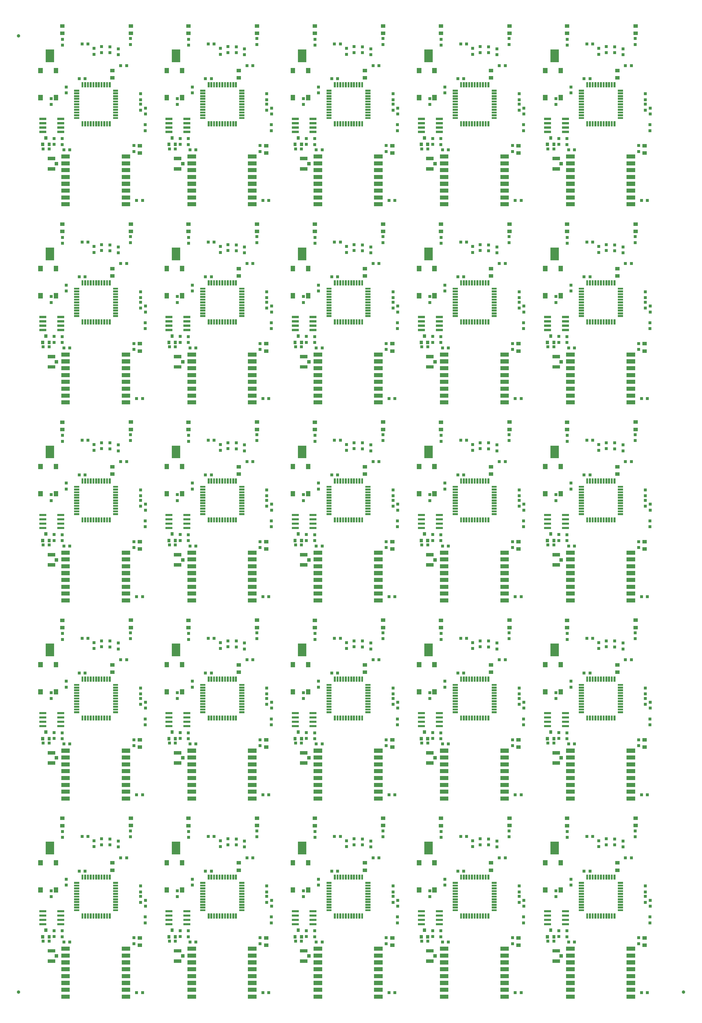
<source format=gtp>
*
%FSLAX36Y36*%
%MOIN*%
%ADD10R,0.035000X0.035000*%
%ADD11R,0.047244X0.047244*%
%ADD12R,0.022000X0.022000*%
%ADD13R,0.040000X0.040000*%
%ADD14R,0.051181X0.051181*%
%ADD15R,0.039370X0.039370*%
%ADD16R,0.096457X0.096457*%
%ADD17R,0.025000X0.025000*%
%ADD18C,0.039370*%
%IPPOS*%
%LN02st084514a0.gtp*%
%LPD*%
G75*
G54D10*
X1216063Y1353236D03*
Y1421236D03*
G54D11*
X1022441Y147102D02*
X1073937D01*
X1022441Y225842D02*
X1073937D01*
X1022441Y304583D02*
X1073937D01*
X1022441Y383323D02*
X1073937D01*
X1022441Y462063D02*
X1073937D01*
X1022441Y540803D02*
X1073937D01*
X1022441Y619543D02*
X1073937D01*
X1022441Y698283D02*
X1073937D01*
X325591D02*
X377087D01*
X325591Y619543D02*
X377087D01*
X325591Y540803D02*
X377087D01*
X325591Y462063D02*
X377087D01*
X325591Y383323D02*
X377087D01*
X325591Y304583D02*
X377087D01*
X325591Y225842D02*
X377087D01*
X325591Y147102D02*
X377087D01*
G54D12*
X546024Y1056831D02*
Y1093831D01*
X577520Y1056831D02*
Y1093831D01*
X609016Y1056831D02*
Y1093831D01*
X640512Y1056831D02*
Y1093831D01*
X672008Y1056831D02*
Y1093831D01*
X703504Y1056831D02*
Y1093831D01*
X735000Y1056831D02*
Y1093831D01*
X766496Y1056831D02*
Y1093831D01*
X797992Y1056831D02*
Y1093831D01*
X829488Y1056831D02*
Y1093831D01*
X860984Y1056831D02*
Y1093831D01*
X909413Y1142260D02*
X946413D01*
X909413Y1173756D02*
X946413D01*
X909413Y1205252D02*
X946413D01*
X909413Y1236748D02*
X946413D01*
X909413Y1268244D02*
X946413D01*
X909413Y1299740D02*
X946413D01*
X909413Y1331236D02*
X946413D01*
X909413Y1362732D02*
X946413D01*
X909413Y1394228D02*
X946413D01*
X909413Y1425724D02*
X946413D01*
X909413Y1457220D02*
X946413D01*
X860984Y1505650D02*
Y1542650D01*
X829488Y1505650D02*
Y1542650D01*
X797992Y1505650D02*
Y1542650D01*
X766496Y1505650D02*
Y1542650D01*
X735000Y1505650D02*
Y1542650D01*
X703504Y1505650D02*
Y1542650D01*
X672008Y1505650D02*
Y1542650D01*
X640512Y1505650D02*
Y1542650D01*
X609016Y1505650D02*
Y1542650D01*
X577520Y1505650D02*
Y1542650D01*
X546024Y1505650D02*
Y1542650D01*
X460595Y1457220D02*
X497595D01*
X460595Y1425724D02*
X497595D01*
X460595Y1394228D02*
X497595D01*
X460595Y1362732D02*
X497595D01*
X460595Y1331236D02*
X497595D01*
X460595Y1299740D02*
X497595D01*
X460595Y1268244D02*
X497595D01*
X460595Y1236748D02*
X497595D01*
X460595Y1205252D02*
X497595D01*
X460595Y1173756D02*
X497595D01*
X460595Y1142260D02*
X497595D01*
G54D13*
X309134Y2201157D02*
X319134D01*
X309134Y2117157D02*
X319134D01*
G54D14*
X239882Y1371512D02*
Y1381355D01*
Y1684504D02*
Y1694347D01*
X62717Y1371512D02*
Y1381355D01*
Y1684504D02*
Y1694347D01*
G54D13*
X1098307Y2202220D02*
X1108307D01*
X1098307Y2118220D02*
X1108307D01*
G54D15*
X164331Y674268D02*
X211575D01*
X164331Y556157D02*
X211575D01*
X247008Y615213D03*
G54D10*
X680158Y1944079D03*
Y1876079D03*
X959882Y1939433D03*
Y1871433D03*
X312882Y836433D03*
Y904433D03*
G54D13*
X1203819Y739228D02*
X1213819D01*
X1203819Y823228D02*
X1213819D01*
G54D10*
X1138347Y756410D03*
Y824410D03*
X1216063Y1301236D03*
Y1233236D03*
X609890Y1993953D03*
X541890D03*
G54D13*
X887284Y1604189D02*
X897284D01*
X887284Y1688189D02*
X897284D01*
G54D10*
X358425Y1499071D03*
Y1431071D03*
X509526Y1594346D03*
X577526D03*
X161882Y786433D03*
X93882D03*
X316134Y2049157D03*
Y1981157D03*
X1100307Y2057220D03*
Y1989220D03*
X184882Y1298433D03*
Y1366433D03*
X1271036Y1256428D03*
Y1188428D03*
X1267874Y996425D03*
Y1064425D03*
X766882Y1896433D03*
Y1964433D03*
X863882Y1894433D03*
Y1962433D03*
G54D16*
X170236Y1834307D02*
Y1883520D01*
G54D10*
X1054882Y1746433D03*
X986882D03*
X124882Y909933D02*
Y914933D01*
X87882Y834933D02*
Y839933D01*
X161882Y834933D02*
Y839933D01*
X331882Y775433D03*
X399882D03*
X218882Y838433D03*
Y906433D03*
X1238882Y191433D03*
X1170882D03*
G54D17*
X267382Y981433D02*
X322382D01*
X267382Y1031433D02*
X322382D01*
X267382Y1081433D02*
X322382D01*
X267382Y1131433D02*
X322382D01*
X62382D02*
X117382D01*
X62382Y1081433D02*
X117382D01*
X62382Y1031433D02*
X117382D01*
X62382Y981433D02*
X117382D01*
G54D10*
X1216063Y3635984D03*
Y3703984D03*
G54D11*
X1022441Y2429850D02*
X1073937D01*
X1022441Y2508590D02*
X1073937D01*
X1022441Y2587331D02*
X1073937D01*
X1022441Y2666071D02*
X1073937D01*
X1022441Y2744811D02*
X1073937D01*
X1022441Y2823551D02*
X1073937D01*
X1022441Y2902291D02*
X1073937D01*
X1022441Y2981031D02*
X1073937D01*
X325591D02*
X377087D01*
X325591Y2902291D02*
X377087D01*
X325591Y2823551D02*
X377087D01*
X325591Y2744811D02*
X377087D01*
X325591Y2666071D02*
X377087D01*
X325591Y2587331D02*
X377087D01*
X325591Y2508590D02*
X377087D01*
X325591Y2429850D02*
X377087D01*
G54D12*
X546024Y3339579D02*
Y3376579D01*
X577520Y3339579D02*
Y3376579D01*
X609016Y3339579D02*
Y3376579D01*
X640512Y3339579D02*
Y3376579D01*
X672008Y3339579D02*
Y3376579D01*
X703504Y3339579D02*
Y3376579D01*
X735000Y3339579D02*
Y3376579D01*
X766496Y3339579D02*
Y3376579D01*
X797992Y3339579D02*
Y3376579D01*
X829488Y3339579D02*
Y3376579D01*
X860984Y3339579D02*
Y3376579D01*
X909413Y3425008D02*
X946413D01*
X909413Y3456504D02*
X946413D01*
X909413Y3488000D02*
X946413D01*
X909413Y3519496D02*
X946413D01*
X909413Y3550992D02*
X946413D01*
X909413Y3582488D02*
X946413D01*
X909413Y3613984D02*
X946413D01*
X909413Y3645480D02*
X946413D01*
X909413Y3676976D02*
X946413D01*
X909413Y3708472D02*
X946413D01*
X909413Y3739968D02*
X946413D01*
X860984Y3788398D02*
Y3825398D01*
X829488Y3788398D02*
Y3825398D01*
X797992Y3788398D02*
Y3825398D01*
X766496Y3788398D02*
Y3825398D01*
X735000Y3788398D02*
Y3825398D01*
X703504Y3788398D02*
Y3825398D01*
X672008Y3788398D02*
Y3825398D01*
X640512Y3788398D02*
Y3825398D01*
X609016Y3788398D02*
Y3825398D01*
X577520Y3788398D02*
Y3825398D01*
X546024Y3788398D02*
Y3825398D01*
X460595Y3739968D02*
X497595D01*
X460595Y3708472D02*
X497595D01*
X460595Y3676976D02*
X497595D01*
X460595Y3645480D02*
X497595D01*
X460595Y3613984D02*
X497595D01*
X460595Y3582488D02*
X497595D01*
X460595Y3550992D02*
X497595D01*
X460595Y3519496D02*
X497595D01*
X460595Y3488000D02*
X497595D01*
X460595Y3456504D02*
X497595D01*
X460595Y3425008D02*
X497595D01*
G54D13*
X309134Y4483905D02*
X319134D01*
X309134Y4399905D02*
X319134D01*
G54D14*
X239882Y3654260D02*
Y3664102D01*
Y3967252D02*
Y3977094D01*
X62717Y3654260D02*
Y3664102D01*
Y3967252D02*
Y3977094D01*
G54D13*
X1098307Y4484968D02*
X1108307D01*
X1098307Y4400968D02*
X1108307D01*
G54D15*
X164331Y2957016D02*
X211575D01*
X164331Y2838905D02*
X211575D01*
X247008Y2897961D03*
G54D10*
X680158Y4226827D03*
Y4158827D03*
X959882Y4222181D03*
Y4154181D03*
X312882Y3119181D03*
Y3187181D03*
G54D13*
X1203819Y3021976D02*
X1213819D01*
X1203819Y3105976D02*
X1213819D01*
G54D10*
X1138347Y3039158D03*
Y3107158D03*
X1216063Y3583984D03*
Y3515984D03*
X609890Y4276701D03*
X541890D03*
G54D13*
X887284Y3886937D02*
X897284D01*
X887284Y3970937D02*
X897284D01*
G54D10*
X358425Y3781819D03*
Y3713819D03*
X509526Y3877094D03*
X577526D03*
X161882Y3069181D03*
X93882D03*
X316134Y4331905D03*
Y4263905D03*
X1100307Y4339968D03*
Y4271968D03*
X184882Y3581181D03*
Y3649181D03*
X1271036Y3539176D03*
Y3471176D03*
X1267874Y3279173D03*
Y3347173D03*
X766882Y4179181D03*
Y4247181D03*
X863882Y4177181D03*
Y4245181D03*
G54D16*
X170236Y4117055D02*
Y4166268D01*
G54D10*
X1054882Y4029181D03*
X986882D03*
X124882Y3192681D02*
Y3197681D01*
X87882Y3117681D02*
Y3122681D01*
X161882Y3117681D02*
Y3122681D01*
X331882Y3058181D03*
X399882D03*
X218882Y3121181D03*
Y3189181D03*
X1238882Y2474181D03*
X1170882D03*
G54D17*
X267382Y3264181D02*
X322382D01*
X267382Y3314181D02*
X322382D01*
X267382Y3364181D02*
X322382D01*
X267382Y3414181D02*
X322382D01*
X62382D02*
X117382D01*
X62382Y3364181D02*
X117382D01*
X62382Y3314181D02*
X117382D01*
X62382Y3264181D02*
X117382D01*
G54D10*
X1216063Y5918732D03*
Y5986732D03*
G54D11*
X1022441Y4712598D02*
X1073937D01*
X1022441Y4791338D02*
X1073937D01*
X1022441Y4870079D02*
X1073937D01*
X1022441Y4948819D02*
X1073937D01*
X1022441Y5027559D02*
X1073937D01*
X1022441Y5106299D02*
X1073937D01*
X1022441Y5185039D02*
X1073937D01*
X1022441Y5263779D02*
X1073937D01*
X325591D02*
X377087D01*
X325591Y5185039D02*
X377087D01*
X325591Y5106299D02*
X377087D01*
X325591Y5027559D02*
X377087D01*
X325591Y4948819D02*
X377087D01*
X325591Y4870079D02*
X377087D01*
X325591Y4791338D02*
X377087D01*
X325591Y4712598D02*
X377087D01*
G54D12*
X546024Y5622327D02*
Y5659327D01*
X577520Y5622327D02*
Y5659327D01*
X609016Y5622327D02*
Y5659327D01*
X640512Y5622327D02*
Y5659327D01*
X672008Y5622327D02*
Y5659327D01*
X703504Y5622327D02*
Y5659327D01*
X735000Y5622327D02*
Y5659327D01*
X766496Y5622327D02*
Y5659327D01*
X797992Y5622327D02*
Y5659327D01*
X829488Y5622327D02*
Y5659327D01*
X860984Y5622327D02*
Y5659327D01*
X909413Y5707756D02*
X946413D01*
X909413Y5739252D02*
X946413D01*
X909413Y5770748D02*
X946413D01*
X909413Y5802244D02*
X946413D01*
X909413Y5833740D02*
X946413D01*
X909413Y5865236D02*
X946413D01*
X909413Y5896732D02*
X946413D01*
X909413Y5928228D02*
X946413D01*
X909413Y5959724D02*
X946413D01*
X909413Y5991220D02*
X946413D01*
X909413Y6022716D02*
X946413D01*
X860984Y6071146D02*
Y6108146D01*
X829488Y6071146D02*
Y6108146D01*
X797992Y6071146D02*
Y6108146D01*
X766496Y6071146D02*
Y6108146D01*
X735000Y6071146D02*
Y6108146D01*
X703504Y6071146D02*
Y6108146D01*
X672008Y6071146D02*
Y6108146D01*
X640512Y6071146D02*
Y6108146D01*
X609016Y6071146D02*
Y6108146D01*
X577520Y6071146D02*
Y6108146D01*
X546024Y6071146D02*
Y6108146D01*
X460595Y6022716D02*
X497595D01*
X460595Y5991220D02*
X497595D01*
X460595Y5959724D02*
X497595D01*
X460595Y5928228D02*
X497595D01*
X460595Y5896732D02*
X497595D01*
X460595Y5865236D02*
X497595D01*
X460595Y5833740D02*
X497595D01*
X460595Y5802244D02*
X497595D01*
X460595Y5770748D02*
X497595D01*
X460595Y5739252D02*
X497595D01*
X460595Y5707756D02*
X497595D01*
G54D13*
X309134Y6766653D02*
X319134D01*
X309134Y6682653D02*
X319134D01*
G54D14*
X239882Y5937008D02*
Y5946850D01*
Y6250000D02*
Y6259842D01*
X62717Y5937008D02*
Y5946850D01*
Y6250000D02*
Y6259842D01*
G54D13*
X1098307Y6767716D02*
X1108307D01*
X1098307Y6683716D02*
X1108307D01*
G54D15*
X164331Y5239764D02*
X211575D01*
X164331Y5121653D02*
X211575D01*
X247008Y5180709D03*
G54D10*
X680158Y6509575D03*
Y6441575D03*
X959882Y6504929D03*
Y6436929D03*
X312882Y5401929D03*
Y5469929D03*
G54D13*
X1203819Y5304724D02*
X1213819D01*
X1203819Y5388724D02*
X1213819D01*
G54D10*
X1138347Y5321906D03*
Y5389906D03*
X1216063Y5866732D03*
Y5798732D03*
X609890Y6559449D03*
X541890D03*
G54D13*
X887284Y6169685D02*
X897284D01*
X887284Y6253685D02*
X897284D01*
G54D10*
X358425Y6064567D03*
Y5996567D03*
X509526Y6159842D03*
X577526D03*
X161882Y5351929D03*
X93882D03*
X316134Y6614653D03*
Y6546653D03*
X1100307Y6622716D03*
Y6554716D03*
X184882Y5863929D03*
Y5931929D03*
X1271036Y5821924D03*
Y5753924D03*
X1267874Y5561921D03*
Y5629921D03*
X766882Y6461929D03*
Y6529929D03*
X863882Y6459929D03*
Y6527929D03*
G54D16*
X170236Y6399803D02*
Y6449015D01*
G54D10*
X1054882Y6311929D03*
X986882D03*
X124882Y5475429D02*
Y5480429D01*
X87882Y5400429D02*
Y5405429D01*
X161882Y5400429D02*
Y5405429D01*
X331882Y5340929D03*
X399882D03*
X218882Y5403929D03*
Y5471929D03*
X1238882Y4756929D03*
X1170882D03*
G54D17*
X267382Y5546929D02*
X322382D01*
X267382Y5596929D02*
X322382D01*
X267382Y5646929D02*
X322382D01*
X267382Y5696929D02*
X322382D01*
X62382D02*
X117382D01*
X62382Y5646929D02*
X117382D01*
X62382Y5596929D02*
X117382D01*
X62382Y5546929D02*
X117382D01*
G54D10*
X1216063Y8201480D03*
Y8269480D03*
G54D11*
X1022441Y6995346D02*
X1073937D01*
X1022441Y7074086D02*
X1073937D01*
X1022441Y7152827D02*
X1073937D01*
X1022441Y7231567D02*
X1073937D01*
X1022441Y7310307D02*
X1073937D01*
X1022441Y7389047D02*
X1073937D01*
X1022441Y7467787D02*
X1073937D01*
X1022441Y7546527D02*
X1073937D01*
X325591D02*
X377087D01*
X325591Y7467787D02*
X377087D01*
X325591Y7389047D02*
X377087D01*
X325591Y7310307D02*
X377087D01*
X325591Y7231567D02*
X377087D01*
X325591Y7152827D02*
X377087D01*
X325591Y7074086D02*
X377087D01*
X325591Y6995346D02*
X377087D01*
G54D12*
X546024Y7905075D02*
Y7942075D01*
X577520Y7905075D02*
Y7942075D01*
X609016Y7905075D02*
Y7942075D01*
X640512Y7905075D02*
Y7942075D01*
X672008Y7905075D02*
Y7942075D01*
X703504Y7905075D02*
Y7942075D01*
X735000Y7905075D02*
Y7942075D01*
X766496Y7905075D02*
Y7942075D01*
X797992Y7905075D02*
Y7942075D01*
X829488Y7905075D02*
Y7942075D01*
X860984Y7905075D02*
Y7942075D01*
X909413Y7990504D02*
X946413D01*
X909413Y8022000D02*
X946413D01*
X909413Y8053496D02*
X946413D01*
X909413Y8084992D02*
X946413D01*
X909413Y8116488D02*
X946413D01*
X909413Y8147984D02*
X946413D01*
X909413Y8179480D02*
X946413D01*
X909413Y8210976D02*
X946413D01*
X909413Y8242472D02*
X946413D01*
X909413Y8273968D02*
X946413D01*
X909413Y8305464D02*
X946413D01*
X860984Y8353894D02*
Y8390894D01*
X829488Y8353894D02*
Y8390894D01*
X797992Y8353894D02*
Y8390894D01*
X766496Y8353894D02*
Y8390894D01*
X735000Y8353894D02*
Y8390894D01*
X703504Y8353894D02*
Y8390894D01*
X672008Y8353894D02*
Y8390894D01*
X640512Y8353894D02*
Y8390894D01*
X609016Y8353894D02*
Y8390894D01*
X577520Y8353894D02*
Y8390894D01*
X546024Y8353894D02*
Y8390894D01*
X460595Y8305464D02*
X497595D01*
X460595Y8273968D02*
X497595D01*
X460595Y8242472D02*
X497595D01*
X460595Y8210976D02*
X497595D01*
X460595Y8179480D02*
X497595D01*
X460595Y8147984D02*
X497595D01*
X460595Y8116488D02*
X497595D01*
X460595Y8084992D02*
X497595D01*
X460595Y8053496D02*
X497595D01*
X460595Y8022000D02*
X497595D01*
X460595Y7990504D02*
X497595D01*
G54D13*
X309134Y9049401D02*
X319134D01*
X309134Y8965401D02*
X319134D01*
G54D14*
X239882Y8219756D02*
Y8229598D01*
Y8532748D02*
Y8542590D01*
X62717Y8219756D02*
Y8229598D01*
Y8532748D02*
Y8542590D01*
G54D13*
X1098307Y9050464D02*
X1108307D01*
X1098307Y8966464D02*
X1108307D01*
G54D15*
X164331Y7522512D02*
X211575D01*
X164331Y7404401D02*
X211575D01*
X247008Y7463457D03*
G54D10*
X680158Y8792323D03*
Y8724323D03*
X959882Y8787677D03*
Y8719677D03*
X312882Y7684677D03*
Y7752677D03*
G54D13*
X1203819Y7587472D02*
X1213819D01*
X1203819Y7671472D02*
X1213819D01*
G54D10*
X1138347Y7604654D03*
Y7672654D03*
X1216063Y8149480D03*
Y8081480D03*
X609890Y8842197D03*
X541890D03*
G54D13*
X887284Y8452433D02*
X897284D01*
X887284Y8536433D02*
X897284D01*
G54D10*
X358425Y8347315D03*
Y8279315D03*
X509526Y8442590D03*
X577526D03*
X161882Y7634677D03*
X93882D03*
X316134Y8897401D03*
Y8829401D03*
X1100307Y8905464D03*
Y8837464D03*
X184882Y8146677D03*
Y8214677D03*
X1271036Y8104672D03*
Y8036672D03*
X1267874Y7844669D03*
Y7912669D03*
X766882Y8744677D03*
Y8812677D03*
X863882Y8742677D03*
Y8810677D03*
G54D16*
X170236Y8682551D02*
Y8731763D01*
G54D10*
X1054882Y8594677D03*
X986882D03*
X124882Y7758177D02*
Y7763177D01*
X87882Y7683177D02*
Y7688177D01*
X161882Y7683177D02*
Y7688177D01*
X331882Y7623677D03*
X399882D03*
X218882Y7686677D03*
Y7754677D03*
X1238882Y7039677D03*
X1170882D03*
G54D17*
X267382Y7829677D02*
X322382D01*
X267382Y7879677D02*
X322382D01*
X267382Y7929677D02*
X322382D01*
X267382Y7979677D02*
X322382D01*
X62382D02*
X117382D01*
X62382Y7929677D02*
X117382D01*
X62382Y7879677D02*
X117382D01*
X62382Y7829677D02*
X117382D01*
G54D10*
X1216063Y10484228D03*
Y10552228D03*
G54D11*
X1022441Y9278094D02*
X1073937D01*
X1022441Y9356834D02*
X1073937D01*
X1022441Y9435575D02*
X1073937D01*
X1022441Y9514315D02*
X1073937D01*
X1022441Y9593055D02*
X1073937D01*
X1022441Y9671795D02*
X1073937D01*
X1022441Y9750535D02*
X1073937D01*
X1022441Y9829275D02*
X1073937D01*
X325591D02*
X377087D01*
X325591Y9750535D02*
X377087D01*
X325591Y9671795D02*
X377087D01*
X325591Y9593055D02*
X377087D01*
X325591Y9514315D02*
X377087D01*
X325591Y9435575D02*
X377087D01*
X325591Y9356834D02*
X377087D01*
X325591Y9278094D02*
X377087D01*
G54D12*
X546024Y10187823D02*
Y10224823D01*
X577520Y10187823D02*
Y10224823D01*
X609016Y10187823D02*
Y10224823D01*
X640512Y10187823D02*
Y10224823D01*
X672008Y10187823D02*
Y10224823D01*
X703504Y10187823D02*
Y10224823D01*
X735000Y10187823D02*
Y10224823D01*
X766496Y10187823D02*
Y10224823D01*
X797992Y10187823D02*
Y10224823D01*
X829488Y10187823D02*
Y10224823D01*
X860984Y10187823D02*
Y10224823D01*
X909413Y10273252D02*
X946413D01*
X909413Y10304748D02*
X946413D01*
X909413Y10336244D02*
X946413D01*
X909413Y10367740D02*
X946413D01*
X909413Y10399236D02*
X946413D01*
X909413Y10430732D02*
X946413D01*
X909413Y10462228D02*
X946413D01*
X909413Y10493724D02*
X946413D01*
X909413Y10525220D02*
X946413D01*
X909413Y10556716D02*
X946413D01*
X909413Y10588212D02*
X946413D01*
X860984Y10636642D02*
Y10673642D01*
X829488Y10636642D02*
Y10673642D01*
X797992Y10636642D02*
Y10673642D01*
X766496Y10636642D02*
Y10673642D01*
X735000Y10636642D02*
Y10673642D01*
X703504Y10636642D02*
Y10673642D01*
X672008Y10636642D02*
Y10673642D01*
X640512Y10636642D02*
Y10673642D01*
X609016Y10636642D02*
Y10673642D01*
X577520Y10636642D02*
Y10673642D01*
X546024Y10636642D02*
Y10673642D01*
X460595Y10588212D02*
X497595D01*
X460595Y10556716D02*
X497595D01*
X460595Y10525220D02*
X497595D01*
X460595Y10493724D02*
X497595D01*
X460595Y10462228D02*
X497595D01*
X460595Y10430732D02*
X497595D01*
X460595Y10399236D02*
X497595D01*
X460595Y10367740D02*
X497595D01*
X460595Y10336244D02*
X497595D01*
X460595Y10304748D02*
X497595D01*
X460595Y10273252D02*
X497595D01*
G54D13*
X309134Y11332149D02*
X319134D01*
X309134Y11248149D02*
X319134D01*
G54D14*
X239882Y10502504D02*
Y10512346D01*
Y10815496D02*
Y10825338D01*
X62717Y10502504D02*
Y10512346D01*
Y10815496D02*
Y10825338D01*
G54D13*
X1098307Y11333212D02*
X1108307D01*
X1098307Y11249212D02*
X1108307D01*
G54D15*
X164331Y9805260D02*
X211575D01*
X164331Y9687149D02*
X211575D01*
X247008Y9746205D03*
G54D10*
X680158Y11075071D03*
Y11007071D03*
X959882Y11070425D03*
Y11002425D03*
X312882Y9967425D03*
Y10035425D03*
G54D13*
X1203819Y9870220D02*
X1213819D01*
X1203819Y9954220D02*
X1213819D01*
G54D10*
X1138347Y9887402D03*
Y9955402D03*
X1216063Y10432228D03*
Y10364228D03*
X609890Y11124945D03*
X541890D03*
G54D13*
X887284Y10735181D02*
X897284D01*
X887284Y10819181D02*
X897284D01*
G54D10*
X358425Y10630063D03*
Y10562063D03*
X509526Y10725338D03*
X577526D03*
X161882Y9917425D03*
X93882D03*
X316134Y11180149D03*
Y11112149D03*
X1100307Y11188212D03*
Y11120212D03*
X184882Y10429425D03*
Y10497425D03*
X1271036Y10387420D03*
Y10319420D03*
X1267874Y10127417D03*
Y10195417D03*
X766882Y11027425D03*
Y11095425D03*
X863882Y11025425D03*
Y11093425D03*
G54D16*
X170236Y10965299D02*
Y11014511D01*
G54D10*
X1054882Y10877425D03*
X986882D03*
X124882Y10040925D02*
Y10045925D01*
X87882Y9965925D02*
Y9970925D01*
X161882Y9965925D02*
Y9970925D01*
X331882Y9906425D03*
X399882D03*
X218882Y9969425D03*
Y10037425D03*
X1238882Y9322425D03*
X1170882D03*
G54D17*
X267382Y10112425D02*
X322382D01*
X267382Y10162425D02*
X322382D01*
X267382Y10212425D02*
X322382D01*
X267382Y10262425D02*
X322382D01*
X62382D02*
X117382D01*
X62382Y10212425D02*
X117382D01*
X62382Y10162425D02*
X117382D01*
X62382Y10112425D02*
X117382D01*
G54D10*
X2670315Y1353236D03*
Y1421236D03*
G54D11*
X2476693Y147102D02*
X2528189D01*
X2476693Y225842D02*
X2528189D01*
X2476693Y304583D02*
X2528189D01*
X2476693Y383323D02*
X2528189D01*
X2476693Y462063D02*
X2528189D01*
X2476693Y540803D02*
X2528189D01*
X2476693Y619543D02*
X2528189D01*
X2476693Y698283D02*
X2528189D01*
X1779843D02*
X1831339D01*
X1779843Y619543D02*
X1831339D01*
X1779843Y540803D02*
X1831339D01*
X1779843Y462063D02*
X1831339D01*
X1779843Y383323D02*
X1831339D01*
X1779843Y304583D02*
X1831339D01*
X1779843Y225842D02*
X1831339D01*
X1779843Y147102D02*
X1831339D01*
G54D12*
X2000276Y1056831D02*
Y1093831D01*
X2031772Y1056831D02*
Y1093831D01*
X2063268Y1056831D02*
Y1093831D01*
X2094764Y1056831D02*
Y1093831D01*
X2126260Y1056831D02*
Y1093831D01*
X2157756Y1056831D02*
Y1093831D01*
X2189252Y1056831D02*
Y1093831D01*
X2220748Y1056831D02*
Y1093831D01*
X2252244Y1056831D02*
Y1093831D01*
X2283740Y1056831D02*
Y1093831D01*
X2315236Y1056831D02*
Y1093831D01*
X2363665Y1142260D02*
X2400665D01*
X2363665Y1173756D02*
X2400665D01*
X2363665Y1205252D02*
X2400665D01*
X2363665Y1236748D02*
X2400665D01*
X2363665Y1268244D02*
X2400665D01*
X2363665Y1299740D02*
X2400665D01*
X2363665Y1331236D02*
X2400665D01*
X2363665Y1362732D02*
X2400665D01*
X2363665Y1394228D02*
X2400665D01*
X2363665Y1425724D02*
X2400665D01*
X2363665Y1457220D02*
X2400665D01*
X2315236Y1505650D02*
Y1542650D01*
X2283740Y1505650D02*
Y1542650D01*
X2252244Y1505650D02*
Y1542650D01*
X2220748Y1505650D02*
Y1542650D01*
X2189252Y1505650D02*
Y1542650D01*
X2157756Y1505650D02*
Y1542650D01*
X2126260Y1505650D02*
Y1542650D01*
X2094764Y1505650D02*
Y1542650D01*
X2063268Y1505650D02*
Y1542650D01*
X2031772Y1505650D02*
Y1542650D01*
X2000276Y1505650D02*
Y1542650D01*
X1914847Y1457220D02*
X1951847D01*
X1914847Y1425724D02*
X1951847D01*
X1914847Y1394228D02*
X1951847D01*
X1914847Y1362732D02*
X1951847D01*
X1914847Y1331236D02*
X1951847D01*
X1914847Y1299740D02*
X1951847D01*
X1914847Y1268244D02*
X1951847D01*
X1914847Y1236748D02*
X1951847D01*
X1914847Y1205252D02*
X1951847D01*
X1914847Y1173756D02*
X1951847D01*
X1914847Y1142260D02*
X1951847D01*
G54D13*
X1763386Y2201157D02*
X1773386D01*
X1763386Y2117157D02*
X1773386D01*
G54D14*
X1694134Y1371512D02*
Y1381355D01*
Y1684504D02*
Y1694347D01*
X1516969Y1371512D02*
Y1381355D01*
Y1684504D02*
Y1694347D01*
G54D13*
X2552559Y2202220D02*
X2562559D01*
X2552559Y2118220D02*
X2562559D01*
G54D15*
X1618583Y674268D02*
X1665827D01*
X1618583Y556157D02*
X1665827D01*
X1701260Y615213D03*
G54D10*
X2134410Y1944079D03*
Y1876079D03*
X2414134Y1939433D03*
Y1871433D03*
X1767134Y836433D03*
Y904433D03*
G54D13*
X2658071Y739228D02*
X2668071D01*
X2658071Y823228D02*
X2668071D01*
G54D10*
X2592599Y756410D03*
Y824410D03*
X2670315Y1301236D03*
Y1233236D03*
X2064142Y1993953D03*
X1996142D03*
G54D13*
X2341536Y1604189D02*
X2351536D01*
X2341536Y1688189D02*
X2351536D01*
G54D10*
X1812677Y1499071D03*
Y1431071D03*
X1963778Y1594346D03*
X2031778D03*
X1616134Y786433D03*
X1548134D03*
X1770386Y2049157D03*
Y1981157D03*
X2554559Y2057220D03*
Y1989220D03*
X1639134Y1298433D03*
Y1366433D03*
X2725288Y1256428D03*
Y1188428D03*
X2722126Y996425D03*
Y1064425D03*
X2221134Y1896433D03*
Y1964433D03*
X2318134Y1894433D03*
Y1962433D03*
G54D16*
X1624488Y1834307D02*
Y1883520D01*
G54D10*
X2509134Y1746433D03*
X2441134D03*
X1579134Y909933D02*
Y914933D01*
X1542134Y834933D02*
Y839933D01*
X1616134Y834933D02*
Y839933D01*
X1786134Y775433D03*
X1854134D03*
X1673134Y838433D03*
Y906433D03*
X2693134Y191433D03*
X2625134D03*
G54D17*
X1721634Y981433D02*
X1776634D01*
X1721634Y1031433D02*
X1776634D01*
X1721634Y1081433D02*
X1776634D01*
X1721634Y1131433D02*
X1776634D01*
X1516634D02*
X1571634D01*
X1516634Y1081433D02*
X1571634D01*
X1516634Y1031433D02*
X1571634D01*
X1516634Y981433D02*
X1571634D01*
G54D10*
X2670315Y3635984D03*
Y3703984D03*
G54D11*
X2476693Y2429850D02*
X2528189D01*
X2476693Y2508590D02*
X2528189D01*
X2476693Y2587331D02*
X2528189D01*
X2476693Y2666071D02*
X2528189D01*
X2476693Y2744811D02*
X2528189D01*
X2476693Y2823551D02*
X2528189D01*
X2476693Y2902291D02*
X2528189D01*
X2476693Y2981031D02*
X2528189D01*
X1779843D02*
X1831339D01*
X1779843Y2902291D02*
X1831339D01*
X1779843Y2823551D02*
X1831339D01*
X1779843Y2744811D02*
X1831339D01*
X1779843Y2666071D02*
X1831339D01*
X1779843Y2587331D02*
X1831339D01*
X1779843Y2508590D02*
X1831339D01*
X1779843Y2429850D02*
X1831339D01*
G54D12*
X2000276Y3339579D02*
Y3376579D01*
X2031772Y3339579D02*
Y3376579D01*
X2063268Y3339579D02*
Y3376579D01*
X2094764Y3339579D02*
Y3376579D01*
X2126260Y3339579D02*
Y3376579D01*
X2157756Y3339579D02*
Y3376579D01*
X2189252Y3339579D02*
Y3376579D01*
X2220748Y3339579D02*
Y3376579D01*
X2252244Y3339579D02*
Y3376579D01*
X2283740Y3339579D02*
Y3376579D01*
X2315236Y3339579D02*
Y3376579D01*
X2363665Y3425008D02*
X2400665D01*
X2363665Y3456504D02*
X2400665D01*
X2363665Y3488000D02*
X2400665D01*
X2363665Y3519496D02*
X2400665D01*
X2363665Y3550992D02*
X2400665D01*
X2363665Y3582488D02*
X2400665D01*
X2363665Y3613984D02*
X2400665D01*
X2363665Y3645480D02*
X2400665D01*
X2363665Y3676976D02*
X2400665D01*
X2363665Y3708472D02*
X2400665D01*
X2363665Y3739968D02*
X2400665D01*
X2315236Y3788398D02*
Y3825398D01*
X2283740Y3788398D02*
Y3825398D01*
X2252244Y3788398D02*
Y3825398D01*
X2220748Y3788398D02*
Y3825398D01*
X2189252Y3788398D02*
Y3825398D01*
X2157756Y3788398D02*
Y3825398D01*
X2126260Y3788398D02*
Y3825398D01*
X2094764Y3788398D02*
Y3825398D01*
X2063268Y3788398D02*
Y3825398D01*
X2031772Y3788398D02*
Y3825398D01*
X2000276Y3788398D02*
Y3825398D01*
X1914847Y3739968D02*
X1951847D01*
X1914847Y3708472D02*
X1951847D01*
X1914847Y3676976D02*
X1951847D01*
X1914847Y3645480D02*
X1951847D01*
X1914847Y3613984D02*
X1951847D01*
X1914847Y3582488D02*
X1951847D01*
X1914847Y3550992D02*
X1951847D01*
X1914847Y3519496D02*
X1951847D01*
X1914847Y3488000D02*
X1951847D01*
X1914847Y3456504D02*
X1951847D01*
X1914847Y3425008D02*
X1951847D01*
G54D13*
X1763386Y4483905D02*
X1773386D01*
X1763386Y4399905D02*
X1773386D01*
G54D14*
X1694134Y3654260D02*
Y3664102D01*
Y3967252D02*
Y3977094D01*
X1516969Y3654260D02*
Y3664102D01*
Y3967252D02*
Y3977094D01*
G54D13*
X2552559Y4484968D02*
X2562559D01*
X2552559Y4400968D02*
X2562559D01*
G54D15*
X1618583Y2957016D02*
X1665827D01*
X1618583Y2838905D02*
X1665827D01*
X1701260Y2897961D03*
G54D10*
X2134410Y4226827D03*
Y4158827D03*
X2414134Y4222181D03*
Y4154181D03*
X1767134Y3119181D03*
Y3187181D03*
G54D13*
X2658071Y3021976D02*
X2668071D01*
X2658071Y3105976D02*
X2668071D01*
G54D10*
X2592599Y3039158D03*
Y3107158D03*
X2670315Y3583984D03*
Y3515984D03*
X2064142Y4276701D03*
X1996142D03*
G54D13*
X2341536Y3886937D02*
X2351536D01*
X2341536Y3970937D02*
X2351536D01*
G54D10*
X1812677Y3781819D03*
Y3713819D03*
X1963778Y3877094D03*
X2031778D03*
X1616134Y3069181D03*
X1548134D03*
X1770386Y4331905D03*
Y4263905D03*
X2554559Y4339968D03*
Y4271968D03*
X1639134Y3581181D03*
Y3649181D03*
X2725288Y3539176D03*
Y3471176D03*
X2722126Y3279173D03*
Y3347173D03*
X2221134Y4179181D03*
Y4247181D03*
X2318134Y4177181D03*
Y4245181D03*
G54D16*
X1624488Y4117055D02*
Y4166268D01*
G54D10*
X2509134Y4029181D03*
X2441134D03*
X1579134Y3192681D02*
Y3197681D01*
X1542134Y3117681D02*
Y3122681D01*
X1616134Y3117681D02*
Y3122681D01*
X1786134Y3058181D03*
X1854134D03*
X1673134Y3121181D03*
Y3189181D03*
X2693134Y2474181D03*
X2625134D03*
G54D17*
X1721634Y3264181D02*
X1776634D01*
X1721634Y3314181D02*
X1776634D01*
X1721634Y3364181D02*
X1776634D01*
X1721634Y3414181D02*
X1776634D01*
X1516634D02*
X1571634D01*
X1516634Y3364181D02*
X1571634D01*
X1516634Y3314181D02*
X1571634D01*
X1516634Y3264181D02*
X1571634D01*
G54D10*
X2670315Y5918732D03*
Y5986732D03*
G54D11*
X2476693Y4712598D02*
X2528189D01*
X2476693Y4791338D02*
X2528189D01*
X2476693Y4870079D02*
X2528189D01*
X2476693Y4948819D02*
X2528189D01*
X2476693Y5027559D02*
X2528189D01*
X2476693Y5106299D02*
X2528189D01*
X2476693Y5185039D02*
X2528189D01*
X2476693Y5263779D02*
X2528189D01*
X1779843D02*
X1831339D01*
X1779843Y5185039D02*
X1831339D01*
X1779843Y5106299D02*
X1831339D01*
X1779843Y5027559D02*
X1831339D01*
X1779843Y4948819D02*
X1831339D01*
X1779843Y4870079D02*
X1831339D01*
X1779843Y4791338D02*
X1831339D01*
X1779843Y4712598D02*
X1831339D01*
G54D12*
X2000276Y5622327D02*
Y5659327D01*
X2031772Y5622327D02*
Y5659327D01*
X2063268Y5622327D02*
Y5659327D01*
X2094764Y5622327D02*
Y5659327D01*
X2126260Y5622327D02*
Y5659327D01*
X2157756Y5622327D02*
Y5659327D01*
X2189252Y5622327D02*
Y5659327D01*
X2220748Y5622327D02*
Y5659327D01*
X2252244Y5622327D02*
Y5659327D01*
X2283740Y5622327D02*
Y5659327D01*
X2315236Y5622327D02*
Y5659327D01*
X2363665Y5707756D02*
X2400665D01*
X2363665Y5739252D02*
X2400665D01*
X2363665Y5770748D02*
X2400665D01*
X2363665Y5802244D02*
X2400665D01*
X2363665Y5833740D02*
X2400665D01*
X2363665Y5865236D02*
X2400665D01*
X2363665Y5896732D02*
X2400665D01*
X2363665Y5928228D02*
X2400665D01*
X2363665Y5959724D02*
X2400665D01*
X2363665Y5991220D02*
X2400665D01*
X2363665Y6022716D02*
X2400665D01*
X2315236Y6071146D02*
Y6108146D01*
X2283740Y6071146D02*
Y6108146D01*
X2252244Y6071146D02*
Y6108146D01*
X2220748Y6071146D02*
Y6108146D01*
X2189252Y6071146D02*
Y6108146D01*
X2157756Y6071146D02*
Y6108146D01*
X2126260Y6071146D02*
Y6108146D01*
X2094764Y6071146D02*
Y6108146D01*
X2063268Y6071146D02*
Y6108146D01*
X2031772Y6071146D02*
Y6108146D01*
X2000276Y6071146D02*
Y6108146D01*
X1914847Y6022716D02*
X1951847D01*
X1914847Y5991220D02*
X1951847D01*
X1914847Y5959724D02*
X1951847D01*
X1914847Y5928228D02*
X1951847D01*
X1914847Y5896732D02*
X1951847D01*
X1914847Y5865236D02*
X1951847D01*
X1914847Y5833740D02*
X1951847D01*
X1914847Y5802244D02*
X1951847D01*
X1914847Y5770748D02*
X1951847D01*
X1914847Y5739252D02*
X1951847D01*
X1914847Y5707756D02*
X1951847D01*
G54D13*
X1763386Y6766653D02*
X1773386D01*
X1763386Y6682653D02*
X1773386D01*
G54D14*
X1694134Y5937008D02*
Y5946850D01*
Y6250000D02*
Y6259842D01*
X1516969Y5937008D02*
Y5946850D01*
Y6250000D02*
Y6259842D01*
G54D13*
X2552559Y6767716D02*
X2562559D01*
X2552559Y6683716D02*
X2562559D01*
G54D15*
X1618583Y5239764D02*
X1665827D01*
X1618583Y5121653D02*
X1665827D01*
X1701260Y5180709D03*
G54D10*
X2134410Y6509575D03*
Y6441575D03*
X2414134Y6504929D03*
Y6436929D03*
X1767134Y5401929D03*
Y5469929D03*
G54D13*
X2658071Y5304724D02*
X2668071D01*
X2658071Y5388724D02*
X2668071D01*
G54D10*
X2592599Y5321906D03*
Y5389906D03*
X2670315Y5866732D03*
Y5798732D03*
X2064142Y6559449D03*
X1996142D03*
G54D13*
X2341536Y6169685D02*
X2351536D01*
X2341536Y6253685D02*
X2351536D01*
G54D10*
X1812677Y6064567D03*
Y5996567D03*
X1963778Y6159842D03*
X2031778D03*
X1616134Y5351929D03*
X1548134D03*
X1770386Y6614653D03*
Y6546653D03*
X2554559Y6622716D03*
Y6554716D03*
X1639134Y5863929D03*
Y5931929D03*
X2725288Y5821924D03*
Y5753924D03*
X2722126Y5561921D03*
Y5629921D03*
X2221134Y6461929D03*
Y6529929D03*
X2318134Y6459929D03*
Y6527929D03*
G54D16*
X1624488Y6399803D02*
Y6449015D01*
G54D10*
X2509134Y6311929D03*
X2441134D03*
X1579134Y5475429D02*
Y5480429D01*
X1542134Y5400429D02*
Y5405429D01*
X1616134Y5400429D02*
Y5405429D01*
X1786134Y5340929D03*
X1854134D03*
X1673134Y5403929D03*
Y5471929D03*
X2693134Y4756929D03*
X2625134D03*
G54D17*
X1721634Y5546929D02*
X1776634D01*
X1721634Y5596929D02*
X1776634D01*
X1721634Y5646929D02*
X1776634D01*
X1721634Y5696929D02*
X1776634D01*
X1516634D02*
X1571634D01*
X1516634Y5646929D02*
X1571634D01*
X1516634Y5596929D02*
X1571634D01*
X1516634Y5546929D02*
X1571634D01*
G54D10*
X2670315Y8201480D03*
Y8269480D03*
G54D11*
X2476693Y6995346D02*
X2528189D01*
X2476693Y7074086D02*
X2528189D01*
X2476693Y7152827D02*
X2528189D01*
X2476693Y7231567D02*
X2528189D01*
X2476693Y7310307D02*
X2528189D01*
X2476693Y7389047D02*
X2528189D01*
X2476693Y7467787D02*
X2528189D01*
X2476693Y7546527D02*
X2528189D01*
X1779843D02*
X1831339D01*
X1779843Y7467787D02*
X1831339D01*
X1779843Y7389047D02*
X1831339D01*
X1779843Y7310307D02*
X1831339D01*
X1779843Y7231567D02*
X1831339D01*
X1779843Y7152827D02*
X1831339D01*
X1779843Y7074086D02*
X1831339D01*
X1779843Y6995346D02*
X1831339D01*
G54D12*
X2000276Y7905075D02*
Y7942075D01*
X2031772Y7905075D02*
Y7942075D01*
X2063268Y7905075D02*
Y7942075D01*
X2094764Y7905075D02*
Y7942075D01*
X2126260Y7905075D02*
Y7942075D01*
X2157756Y7905075D02*
Y7942075D01*
X2189252Y7905075D02*
Y7942075D01*
X2220748Y7905075D02*
Y7942075D01*
X2252244Y7905075D02*
Y7942075D01*
X2283740Y7905075D02*
Y7942075D01*
X2315236Y7905075D02*
Y7942075D01*
X2363665Y7990504D02*
X2400665D01*
X2363665Y8022000D02*
X2400665D01*
X2363665Y8053496D02*
X2400665D01*
X2363665Y8084992D02*
X2400665D01*
X2363665Y8116488D02*
X2400665D01*
X2363665Y8147984D02*
X2400665D01*
X2363665Y8179480D02*
X2400665D01*
X2363665Y8210976D02*
X2400665D01*
X2363665Y8242472D02*
X2400665D01*
X2363665Y8273968D02*
X2400665D01*
X2363665Y8305464D02*
X2400665D01*
X2315236Y8353894D02*
Y8390894D01*
X2283740Y8353894D02*
Y8390894D01*
X2252244Y8353894D02*
Y8390894D01*
X2220748Y8353894D02*
Y8390894D01*
X2189252Y8353894D02*
Y8390894D01*
X2157756Y8353894D02*
Y8390894D01*
X2126260Y8353894D02*
Y8390894D01*
X2094764Y8353894D02*
Y8390894D01*
X2063268Y8353894D02*
Y8390894D01*
X2031772Y8353894D02*
Y8390894D01*
X2000276Y8353894D02*
Y8390894D01*
X1914847Y8305464D02*
X1951847D01*
X1914847Y8273968D02*
X1951847D01*
X1914847Y8242472D02*
X1951847D01*
X1914847Y8210976D02*
X1951847D01*
X1914847Y8179480D02*
X1951847D01*
X1914847Y8147984D02*
X1951847D01*
X1914847Y8116488D02*
X1951847D01*
X1914847Y8084992D02*
X1951847D01*
X1914847Y8053496D02*
X1951847D01*
X1914847Y8022000D02*
X1951847D01*
X1914847Y7990504D02*
X1951847D01*
G54D13*
X1763386Y9049401D02*
X1773386D01*
X1763386Y8965401D02*
X1773386D01*
G54D14*
X1694134Y8219756D02*
Y8229598D01*
Y8532748D02*
Y8542590D01*
X1516969Y8219756D02*
Y8229598D01*
Y8532748D02*
Y8542590D01*
G54D13*
X2552559Y9050464D02*
X2562559D01*
X2552559Y8966464D02*
X2562559D01*
G54D15*
X1618583Y7522512D02*
X1665827D01*
X1618583Y7404401D02*
X1665827D01*
X1701260Y7463457D03*
G54D10*
X2134410Y8792323D03*
Y8724323D03*
X2414134Y8787677D03*
Y8719677D03*
X1767134Y7684677D03*
Y7752677D03*
G54D13*
X2658071Y7587472D02*
X2668071D01*
X2658071Y7671472D02*
X2668071D01*
G54D10*
X2592599Y7604654D03*
Y7672654D03*
X2670315Y8149480D03*
Y8081480D03*
X2064142Y8842197D03*
X1996142D03*
G54D13*
X2341536Y8452433D02*
X2351536D01*
X2341536Y8536433D02*
X2351536D01*
G54D10*
X1812677Y8347315D03*
Y8279315D03*
X1963778Y8442590D03*
X2031778D03*
X1616134Y7634677D03*
X1548134D03*
X1770386Y8897401D03*
Y8829401D03*
X2554559Y8905464D03*
Y8837464D03*
X1639134Y8146677D03*
Y8214677D03*
X2725288Y8104672D03*
Y8036672D03*
X2722126Y7844669D03*
Y7912669D03*
X2221134Y8744677D03*
Y8812677D03*
X2318134Y8742677D03*
Y8810677D03*
G54D16*
X1624488Y8682551D02*
Y8731763D01*
G54D10*
X2509134Y8594677D03*
X2441134D03*
X1579134Y7758177D02*
Y7763177D01*
X1542134Y7683177D02*
Y7688177D01*
X1616134Y7683177D02*
Y7688177D01*
X1786134Y7623677D03*
X1854134D03*
X1673134Y7686677D03*
Y7754677D03*
X2693134Y7039677D03*
X2625134D03*
G54D17*
X1721634Y7829677D02*
X1776634D01*
X1721634Y7879677D02*
X1776634D01*
X1721634Y7929677D02*
X1776634D01*
X1721634Y7979677D02*
X1776634D01*
X1516634D02*
X1571634D01*
X1516634Y7929677D02*
X1571634D01*
X1516634Y7879677D02*
X1571634D01*
X1516634Y7829677D02*
X1571634D01*
G54D10*
X2670315Y10484228D03*
Y10552228D03*
G54D11*
X2476693Y9278094D02*
X2528189D01*
X2476693Y9356834D02*
X2528189D01*
X2476693Y9435575D02*
X2528189D01*
X2476693Y9514315D02*
X2528189D01*
X2476693Y9593055D02*
X2528189D01*
X2476693Y9671795D02*
X2528189D01*
X2476693Y9750535D02*
X2528189D01*
X2476693Y9829275D02*
X2528189D01*
X1779843D02*
X1831339D01*
X1779843Y9750535D02*
X1831339D01*
X1779843Y9671795D02*
X1831339D01*
X1779843Y9593055D02*
X1831339D01*
X1779843Y9514315D02*
X1831339D01*
X1779843Y9435575D02*
X1831339D01*
X1779843Y9356834D02*
X1831339D01*
X1779843Y9278094D02*
X1831339D01*
G54D12*
X2000276Y10187823D02*
Y10224823D01*
X2031772Y10187823D02*
Y10224823D01*
X2063268Y10187823D02*
Y10224823D01*
X2094764Y10187823D02*
Y10224823D01*
X2126260Y10187823D02*
Y10224823D01*
X2157756Y10187823D02*
Y10224823D01*
X2189252Y10187823D02*
Y10224823D01*
X2220748Y10187823D02*
Y10224823D01*
X2252244Y10187823D02*
Y10224823D01*
X2283740Y10187823D02*
Y10224823D01*
X2315236Y10187823D02*
Y10224823D01*
X2363665Y10273252D02*
X2400665D01*
X2363665Y10304748D02*
X2400665D01*
X2363665Y10336244D02*
X2400665D01*
X2363665Y10367740D02*
X2400665D01*
X2363665Y10399236D02*
X2400665D01*
X2363665Y10430732D02*
X2400665D01*
X2363665Y10462228D02*
X2400665D01*
X2363665Y10493724D02*
X2400665D01*
X2363665Y10525220D02*
X2400665D01*
X2363665Y10556716D02*
X2400665D01*
X2363665Y10588212D02*
X2400665D01*
X2315236Y10636642D02*
Y10673642D01*
X2283740Y10636642D02*
Y10673642D01*
X2252244Y10636642D02*
Y10673642D01*
X2220748Y10636642D02*
Y10673642D01*
X2189252Y10636642D02*
Y10673642D01*
X2157756Y10636642D02*
Y10673642D01*
X2126260Y10636642D02*
Y10673642D01*
X2094764Y10636642D02*
Y10673642D01*
X2063268Y10636642D02*
Y10673642D01*
X2031772Y10636642D02*
Y10673642D01*
X2000276Y10636642D02*
Y10673642D01*
X1914847Y10588212D02*
X1951847D01*
X1914847Y10556716D02*
X1951847D01*
X1914847Y10525220D02*
X1951847D01*
X1914847Y10493724D02*
X1951847D01*
X1914847Y10462228D02*
X1951847D01*
X1914847Y10430732D02*
X1951847D01*
X1914847Y10399236D02*
X1951847D01*
X1914847Y10367740D02*
X1951847D01*
X1914847Y10336244D02*
X1951847D01*
X1914847Y10304748D02*
X1951847D01*
X1914847Y10273252D02*
X1951847D01*
G54D13*
X1763386Y11332149D02*
X1773386D01*
X1763386Y11248149D02*
X1773386D01*
G54D14*
X1694134Y10502504D02*
Y10512346D01*
Y10815496D02*
Y10825338D01*
X1516969Y10502504D02*
Y10512346D01*
Y10815496D02*
Y10825338D01*
G54D13*
X2552559Y11333212D02*
X2562559D01*
X2552559Y11249212D02*
X2562559D01*
G54D15*
X1618583Y9805260D02*
X1665827D01*
X1618583Y9687149D02*
X1665827D01*
X1701260Y9746205D03*
G54D10*
X2134410Y11075071D03*
Y11007071D03*
X2414134Y11070425D03*
Y11002425D03*
X1767134Y9967425D03*
Y10035425D03*
G54D13*
X2658071Y9870220D02*
X2668071D01*
X2658071Y9954220D02*
X2668071D01*
G54D10*
X2592599Y9887402D03*
Y9955402D03*
X2670315Y10432228D03*
Y10364228D03*
X2064142Y11124945D03*
X1996142D03*
G54D13*
X2341536Y10735181D02*
X2351536D01*
X2341536Y10819181D02*
X2351536D01*
G54D10*
X1812677Y10630063D03*
Y10562063D03*
X1963778Y10725338D03*
X2031778D03*
X1616134Y9917425D03*
X1548134D03*
X1770386Y11180149D03*
Y11112149D03*
X2554559Y11188212D03*
Y11120212D03*
X1639134Y10429425D03*
Y10497425D03*
X2725288Y10387420D03*
Y10319420D03*
X2722126Y10127417D03*
Y10195417D03*
X2221134Y11027425D03*
Y11095425D03*
X2318134Y11025425D03*
Y11093425D03*
G54D16*
X1624488Y10965299D02*
Y11014511D01*
G54D10*
X2509134Y10877425D03*
X2441134D03*
X1579134Y10040925D02*
Y10045925D01*
X1542134Y9965925D02*
Y9970925D01*
X1616134Y9965925D02*
Y9970925D01*
X1786134Y9906425D03*
X1854134D03*
X1673134Y9969425D03*
Y10037425D03*
X2693134Y9322425D03*
X2625134D03*
G54D17*
X1721634Y10112425D02*
X1776634D01*
X1721634Y10162425D02*
X1776634D01*
X1721634Y10212425D02*
X1776634D01*
X1721634Y10262425D02*
X1776634D01*
X1516634D02*
X1571634D01*
X1516634Y10212425D02*
X1571634D01*
X1516634Y10162425D02*
X1571634D01*
X1516634Y10112425D02*
X1571634D01*
G54D10*
X4124567Y1353236D03*
Y1421236D03*
G54D11*
X3930945Y147102D02*
X3982441D01*
X3930945Y225842D02*
X3982441D01*
X3930945Y304583D02*
X3982441D01*
X3930945Y383323D02*
X3982441D01*
X3930945Y462063D02*
X3982441D01*
X3930945Y540803D02*
X3982441D01*
X3930945Y619543D02*
X3982441D01*
X3930945Y698283D02*
X3982441D01*
X3234095D02*
X3285591D01*
X3234095Y619543D02*
X3285591D01*
X3234095Y540803D02*
X3285591D01*
X3234095Y462063D02*
X3285591D01*
X3234095Y383323D02*
X3285591D01*
X3234095Y304583D02*
X3285591D01*
X3234095Y225842D02*
X3285591D01*
X3234095Y147102D02*
X3285591D01*
G54D12*
X3454528Y1056831D02*
Y1093831D01*
X3486024Y1056831D02*
Y1093831D01*
X3517520Y1056831D02*
Y1093831D01*
X3549016Y1056831D02*
Y1093831D01*
X3580512Y1056831D02*
Y1093831D01*
X3612008Y1056831D02*
Y1093831D01*
X3643504Y1056831D02*
Y1093831D01*
X3675000Y1056831D02*
Y1093831D01*
X3706496Y1056831D02*
Y1093831D01*
X3737992Y1056831D02*
Y1093831D01*
X3769488Y1056831D02*
Y1093831D01*
X3817917Y1142260D02*
X3854917D01*
X3817917Y1173756D02*
X3854917D01*
X3817917Y1205252D02*
X3854917D01*
X3817917Y1236748D02*
X3854917D01*
X3817917Y1268244D02*
X3854917D01*
X3817917Y1299740D02*
X3854917D01*
X3817917Y1331236D02*
X3854917D01*
X3817917Y1362732D02*
X3854917D01*
X3817917Y1394228D02*
X3854917D01*
X3817917Y1425724D02*
X3854917D01*
X3817917Y1457220D02*
X3854917D01*
X3769488Y1505650D02*
Y1542650D01*
X3737992Y1505650D02*
Y1542650D01*
X3706496Y1505650D02*
Y1542650D01*
X3675000Y1505650D02*
Y1542650D01*
X3643504Y1505650D02*
Y1542650D01*
X3612008Y1505650D02*
Y1542650D01*
X3580512Y1505650D02*
Y1542650D01*
X3549016Y1505650D02*
Y1542650D01*
X3517520Y1505650D02*
Y1542650D01*
X3486024Y1505650D02*
Y1542650D01*
X3454528Y1505650D02*
Y1542650D01*
X3369099Y1457220D02*
X3406099D01*
X3369099Y1425724D02*
X3406099D01*
X3369099Y1394228D02*
X3406099D01*
X3369099Y1362732D02*
X3406099D01*
X3369099Y1331236D02*
X3406099D01*
X3369099Y1299740D02*
X3406099D01*
X3369099Y1268244D02*
X3406099D01*
X3369099Y1236748D02*
X3406099D01*
X3369099Y1205252D02*
X3406099D01*
X3369099Y1173756D02*
X3406099D01*
X3369099Y1142260D02*
X3406099D01*
G54D13*
X3217638Y2201157D02*
X3227638D01*
X3217638Y2117157D02*
X3227638D01*
G54D14*
X3148386Y1371512D02*
Y1381355D01*
Y1684504D02*
Y1694347D01*
X2971221Y1371512D02*
Y1381355D01*
Y1684504D02*
Y1694347D01*
G54D13*
X4006811Y2202220D02*
X4016811D01*
X4006811Y2118220D02*
X4016811D01*
G54D15*
X3072835Y674268D02*
X3120079D01*
X3072835Y556157D02*
X3120079D01*
X3155512Y615213D03*
G54D10*
X3588662Y1944079D03*
Y1876079D03*
X3868386Y1939433D03*
Y1871433D03*
X3221386Y836433D03*
Y904433D03*
G54D13*
X4112323Y739228D02*
X4122323D01*
X4112323Y823228D02*
X4122323D01*
G54D10*
X4046851Y756410D03*
Y824410D03*
X4124567Y1301236D03*
Y1233236D03*
X3518394Y1993953D03*
X3450394D03*
G54D13*
X3795788Y1604189D02*
X3805788D01*
X3795788Y1688189D02*
X3805788D01*
G54D10*
X3266929Y1499071D03*
Y1431071D03*
X3418030Y1594346D03*
X3486030D03*
X3070386Y786433D03*
X3002386D03*
X3224638Y2049157D03*
Y1981157D03*
X4008811Y2057220D03*
Y1989220D03*
X3093386Y1298433D03*
Y1366433D03*
X4179540Y1256428D03*
Y1188428D03*
X4176378Y996425D03*
Y1064425D03*
X3675386Y1896433D03*
Y1964433D03*
X3772386Y1894433D03*
Y1962433D03*
G54D16*
X3078740Y1834307D02*
Y1883520D01*
G54D10*
X3963386Y1746433D03*
X3895386D03*
X3033386Y909933D02*
Y914933D01*
X2996386Y834933D02*
Y839933D01*
X3070386Y834933D02*
Y839933D01*
X3240386Y775433D03*
X3308386D03*
X3127386Y838433D03*
Y906433D03*
X4147386Y191433D03*
X4079386D03*
G54D17*
X3175886Y981433D02*
X3230886D01*
X3175886Y1031433D02*
X3230886D01*
X3175886Y1081433D02*
X3230886D01*
X3175886Y1131433D02*
X3230886D01*
X2970886D02*
X3025886D01*
X2970886Y1081433D02*
X3025886D01*
X2970886Y1031433D02*
X3025886D01*
X2970886Y981433D02*
X3025886D01*
G54D10*
X4124567Y3635984D03*
Y3703984D03*
G54D11*
X3930945Y2429850D02*
X3982441D01*
X3930945Y2508590D02*
X3982441D01*
X3930945Y2587331D02*
X3982441D01*
X3930945Y2666071D02*
X3982441D01*
X3930945Y2744811D02*
X3982441D01*
X3930945Y2823551D02*
X3982441D01*
X3930945Y2902291D02*
X3982441D01*
X3930945Y2981031D02*
X3982441D01*
X3234095D02*
X3285591D01*
X3234095Y2902291D02*
X3285591D01*
X3234095Y2823551D02*
X3285591D01*
X3234095Y2744811D02*
X3285591D01*
X3234095Y2666071D02*
X3285591D01*
X3234095Y2587331D02*
X3285591D01*
X3234095Y2508590D02*
X3285591D01*
X3234095Y2429850D02*
X3285591D01*
G54D12*
X3454528Y3339579D02*
Y3376579D01*
X3486024Y3339579D02*
Y3376579D01*
X3517520Y3339579D02*
Y3376579D01*
X3549016Y3339579D02*
Y3376579D01*
X3580512Y3339579D02*
Y3376579D01*
X3612008Y3339579D02*
Y3376579D01*
X3643504Y3339579D02*
Y3376579D01*
X3675000Y3339579D02*
Y3376579D01*
X3706496Y3339579D02*
Y3376579D01*
X3737992Y3339579D02*
Y3376579D01*
X3769488Y3339579D02*
Y3376579D01*
X3817917Y3425008D02*
X3854917D01*
X3817917Y3456504D02*
X3854917D01*
X3817917Y3488000D02*
X3854917D01*
X3817917Y3519496D02*
X3854917D01*
X3817917Y3550992D02*
X3854917D01*
X3817917Y3582488D02*
X3854917D01*
X3817917Y3613984D02*
X3854917D01*
X3817917Y3645480D02*
X3854917D01*
X3817917Y3676976D02*
X3854917D01*
X3817917Y3708472D02*
X3854917D01*
X3817917Y3739968D02*
X3854917D01*
X3769488Y3788398D02*
Y3825398D01*
X3737992Y3788398D02*
Y3825398D01*
X3706496Y3788398D02*
Y3825398D01*
X3675000Y3788398D02*
Y3825398D01*
X3643504Y3788398D02*
Y3825398D01*
X3612008Y3788398D02*
Y3825398D01*
X3580512Y3788398D02*
Y3825398D01*
X3549016Y3788398D02*
Y3825398D01*
X3517520Y3788398D02*
Y3825398D01*
X3486024Y3788398D02*
Y3825398D01*
X3454528Y3788398D02*
Y3825398D01*
X3369099Y3739968D02*
X3406099D01*
X3369099Y3708472D02*
X3406099D01*
X3369099Y3676976D02*
X3406099D01*
X3369099Y3645480D02*
X3406099D01*
X3369099Y3613984D02*
X3406099D01*
X3369099Y3582488D02*
X3406099D01*
X3369099Y3550992D02*
X3406099D01*
X3369099Y3519496D02*
X3406099D01*
X3369099Y3488000D02*
X3406099D01*
X3369099Y3456504D02*
X3406099D01*
X3369099Y3425008D02*
X3406099D01*
G54D13*
X3217638Y4483905D02*
X3227638D01*
X3217638Y4399905D02*
X3227638D01*
G54D14*
X3148386Y3654260D02*
Y3664102D01*
Y3967252D02*
Y3977094D01*
X2971221Y3654260D02*
Y3664102D01*
Y3967252D02*
Y3977094D01*
G54D13*
X4006811Y4484968D02*
X4016811D01*
X4006811Y4400968D02*
X4016811D01*
G54D15*
X3072835Y2957016D02*
X3120079D01*
X3072835Y2838905D02*
X3120079D01*
X3155512Y2897961D03*
G54D10*
X3588662Y4226827D03*
Y4158827D03*
X3868386Y4222181D03*
Y4154181D03*
X3221386Y3119181D03*
Y3187181D03*
G54D13*
X4112323Y3021976D02*
X4122323D01*
X4112323Y3105976D02*
X4122323D01*
G54D10*
X4046851Y3039158D03*
Y3107158D03*
X4124567Y3583984D03*
Y3515984D03*
X3518394Y4276701D03*
X3450394D03*
G54D13*
X3795788Y3886937D02*
X3805788D01*
X3795788Y3970937D02*
X3805788D01*
G54D10*
X3266929Y3781819D03*
Y3713819D03*
X3418030Y3877094D03*
X3486030D03*
X3070386Y3069181D03*
X3002386D03*
X3224638Y4331905D03*
Y4263905D03*
X4008811Y4339968D03*
Y4271968D03*
X3093386Y3581181D03*
Y3649181D03*
X4179540Y3539176D03*
Y3471176D03*
X4176378Y3279173D03*
Y3347173D03*
X3675386Y4179181D03*
Y4247181D03*
X3772386Y4177181D03*
Y4245181D03*
G54D16*
X3078740Y4117055D02*
Y4166268D01*
G54D10*
X3963386Y4029181D03*
X3895386D03*
X3033386Y3192681D02*
Y3197681D01*
X2996386Y3117681D02*
Y3122681D01*
X3070386Y3117681D02*
Y3122681D01*
X3240386Y3058181D03*
X3308386D03*
X3127386Y3121181D03*
Y3189181D03*
X4147386Y2474181D03*
X4079386D03*
G54D17*
X3175886Y3264181D02*
X3230886D01*
X3175886Y3314181D02*
X3230886D01*
X3175886Y3364181D02*
X3230886D01*
X3175886Y3414181D02*
X3230886D01*
X2970886D02*
X3025886D01*
X2970886Y3364181D02*
X3025886D01*
X2970886Y3314181D02*
X3025886D01*
X2970886Y3264181D02*
X3025886D01*
G54D10*
X4124567Y5918732D03*
Y5986732D03*
G54D11*
X3930945Y4712598D02*
X3982441D01*
X3930945Y4791338D02*
X3982441D01*
X3930945Y4870079D02*
X3982441D01*
X3930945Y4948819D02*
X3982441D01*
X3930945Y5027559D02*
X3982441D01*
X3930945Y5106299D02*
X3982441D01*
X3930945Y5185039D02*
X3982441D01*
X3930945Y5263779D02*
X3982441D01*
X3234095D02*
X3285591D01*
X3234095Y5185039D02*
X3285591D01*
X3234095Y5106299D02*
X3285591D01*
X3234095Y5027559D02*
X3285591D01*
X3234095Y4948819D02*
X3285591D01*
X3234095Y4870079D02*
X3285591D01*
X3234095Y4791338D02*
X3285591D01*
X3234095Y4712598D02*
X3285591D01*
G54D12*
X3454528Y5622327D02*
Y5659327D01*
X3486024Y5622327D02*
Y5659327D01*
X3517520Y5622327D02*
Y5659327D01*
X3549016Y5622327D02*
Y5659327D01*
X3580512Y5622327D02*
Y5659327D01*
X3612008Y5622327D02*
Y5659327D01*
X3643504Y5622327D02*
Y5659327D01*
X3675000Y5622327D02*
Y5659327D01*
X3706496Y5622327D02*
Y5659327D01*
X3737992Y5622327D02*
Y5659327D01*
X3769488Y5622327D02*
Y5659327D01*
X3817917Y5707756D02*
X3854917D01*
X3817917Y5739252D02*
X3854917D01*
X3817917Y5770748D02*
X3854917D01*
X3817917Y5802244D02*
X3854917D01*
X3817917Y5833740D02*
X3854917D01*
X3817917Y5865236D02*
X3854917D01*
X3817917Y5896732D02*
X3854917D01*
X3817917Y5928228D02*
X3854917D01*
X3817917Y5959724D02*
X3854917D01*
X3817917Y5991220D02*
X3854917D01*
X3817917Y6022716D02*
X3854917D01*
X3769488Y6071146D02*
Y6108146D01*
X3737992Y6071146D02*
Y6108146D01*
X3706496Y6071146D02*
Y6108146D01*
X3675000Y6071146D02*
Y6108146D01*
X3643504Y6071146D02*
Y6108146D01*
X3612008Y6071146D02*
Y6108146D01*
X3580512Y6071146D02*
Y6108146D01*
X3549016Y6071146D02*
Y6108146D01*
X3517520Y6071146D02*
Y6108146D01*
X3486024Y6071146D02*
Y6108146D01*
X3454528Y6071146D02*
Y6108146D01*
X3369099Y6022716D02*
X3406099D01*
X3369099Y5991220D02*
X3406099D01*
X3369099Y5959724D02*
X3406099D01*
X3369099Y5928228D02*
X3406099D01*
X3369099Y5896732D02*
X3406099D01*
X3369099Y5865236D02*
X3406099D01*
X3369099Y5833740D02*
X3406099D01*
X3369099Y5802244D02*
X3406099D01*
X3369099Y5770748D02*
X3406099D01*
X3369099Y5739252D02*
X3406099D01*
X3369099Y5707756D02*
X3406099D01*
G54D13*
X3217638Y6766653D02*
X3227638D01*
X3217638Y6682653D02*
X3227638D01*
G54D14*
X3148386Y5937008D02*
Y5946850D01*
Y6250000D02*
Y6259842D01*
X2971221Y5937008D02*
Y5946850D01*
Y6250000D02*
Y6259842D01*
G54D13*
X4006811Y6767716D02*
X4016811D01*
X4006811Y6683716D02*
X4016811D01*
G54D15*
X3072835Y5239764D02*
X3120079D01*
X3072835Y5121653D02*
X3120079D01*
X3155512Y5180709D03*
G54D10*
X3588662Y6509575D03*
Y6441575D03*
X3868386Y6504929D03*
Y6436929D03*
X3221386Y5401929D03*
Y5469929D03*
G54D13*
X4112323Y5304724D02*
X4122323D01*
X4112323Y5388724D02*
X4122323D01*
G54D10*
X4046851Y5321906D03*
Y5389906D03*
X4124567Y5866732D03*
Y5798732D03*
X3518394Y6559449D03*
X3450394D03*
G54D13*
X3795788Y6169685D02*
X3805788D01*
X3795788Y6253685D02*
X3805788D01*
G54D10*
X3266929Y6064567D03*
Y5996567D03*
X3418030Y6159842D03*
X3486030D03*
X3070386Y5351929D03*
X3002386D03*
X3224638Y6614653D03*
Y6546653D03*
X4008811Y6622716D03*
Y6554716D03*
X3093386Y5863929D03*
Y5931929D03*
X4179540Y5821924D03*
Y5753924D03*
X4176378Y5561921D03*
Y5629921D03*
X3675386Y6461929D03*
Y6529929D03*
X3772386Y6459929D03*
Y6527929D03*
G54D16*
X3078740Y6399803D02*
Y6449015D01*
G54D10*
X3963386Y6311929D03*
X3895386D03*
X3033386Y5475429D02*
Y5480429D01*
X2996386Y5400429D02*
Y5405429D01*
X3070386Y5400429D02*
Y5405429D01*
X3240386Y5340929D03*
X3308386D03*
X3127386Y5403929D03*
Y5471929D03*
X4147386Y4756929D03*
X4079386D03*
G54D17*
X3175886Y5546929D02*
X3230886D01*
X3175886Y5596929D02*
X3230886D01*
X3175886Y5646929D02*
X3230886D01*
X3175886Y5696929D02*
X3230886D01*
X2970886D02*
X3025886D01*
X2970886Y5646929D02*
X3025886D01*
X2970886Y5596929D02*
X3025886D01*
X2970886Y5546929D02*
X3025886D01*
G54D10*
X4124567Y8201480D03*
Y8269480D03*
G54D11*
X3930945Y6995346D02*
X3982441D01*
X3930945Y7074086D02*
X3982441D01*
X3930945Y7152827D02*
X3982441D01*
X3930945Y7231567D02*
X3982441D01*
X3930945Y7310307D02*
X3982441D01*
X3930945Y7389047D02*
X3982441D01*
X3930945Y7467787D02*
X3982441D01*
X3930945Y7546527D02*
X3982441D01*
X3234095D02*
X3285591D01*
X3234095Y7467787D02*
X3285591D01*
X3234095Y7389047D02*
X3285591D01*
X3234095Y7310307D02*
X3285591D01*
X3234095Y7231567D02*
X3285591D01*
X3234095Y7152827D02*
X3285591D01*
X3234095Y7074086D02*
X3285591D01*
X3234095Y6995346D02*
X3285591D01*
G54D12*
X3454528Y7905075D02*
Y7942075D01*
X3486024Y7905075D02*
Y7942075D01*
X3517520Y7905075D02*
Y7942075D01*
X3549016Y7905075D02*
Y7942075D01*
X3580512Y7905075D02*
Y7942075D01*
X3612008Y7905075D02*
Y7942075D01*
X3643504Y7905075D02*
Y7942075D01*
X3675000Y7905075D02*
Y7942075D01*
X3706496Y7905075D02*
Y7942075D01*
X3737992Y7905075D02*
Y7942075D01*
X3769488Y7905075D02*
Y7942075D01*
X3817917Y7990504D02*
X3854917D01*
X3817917Y8022000D02*
X3854917D01*
X3817917Y8053496D02*
X3854917D01*
X3817917Y8084992D02*
X3854917D01*
X3817917Y8116488D02*
X3854917D01*
X3817917Y8147984D02*
X3854917D01*
X3817917Y8179480D02*
X3854917D01*
X3817917Y8210976D02*
X3854917D01*
X3817917Y8242472D02*
X3854917D01*
X3817917Y8273968D02*
X3854917D01*
X3817917Y8305464D02*
X3854917D01*
X3769488Y8353894D02*
Y8390894D01*
X3737992Y8353894D02*
Y8390894D01*
X3706496Y8353894D02*
Y8390894D01*
X3675000Y8353894D02*
Y8390894D01*
X3643504Y8353894D02*
Y8390894D01*
X3612008Y8353894D02*
Y8390894D01*
X3580512Y8353894D02*
Y8390894D01*
X3549016Y8353894D02*
Y8390894D01*
X3517520Y8353894D02*
Y8390894D01*
X3486024Y8353894D02*
Y8390894D01*
X3454528Y8353894D02*
Y8390894D01*
X3369099Y8305464D02*
X3406099D01*
X3369099Y8273968D02*
X3406099D01*
X3369099Y8242472D02*
X3406099D01*
X3369099Y8210976D02*
X3406099D01*
X3369099Y8179480D02*
X3406099D01*
X3369099Y8147984D02*
X3406099D01*
X3369099Y8116488D02*
X3406099D01*
X3369099Y8084992D02*
X3406099D01*
X3369099Y8053496D02*
X3406099D01*
X3369099Y8022000D02*
X3406099D01*
X3369099Y7990504D02*
X3406099D01*
G54D13*
X3217638Y9049401D02*
X3227638D01*
X3217638Y8965401D02*
X3227638D01*
G54D14*
X3148386Y8219756D02*
Y8229598D01*
Y8532748D02*
Y8542590D01*
X2971221Y8219756D02*
Y8229598D01*
Y8532748D02*
Y8542590D01*
G54D13*
X4006811Y9050464D02*
X4016811D01*
X4006811Y8966464D02*
X4016811D01*
G54D15*
X3072835Y7522512D02*
X3120079D01*
X3072835Y7404401D02*
X3120079D01*
X3155512Y7463457D03*
G54D10*
X3588662Y8792323D03*
Y8724323D03*
X3868386Y8787677D03*
Y8719677D03*
X3221386Y7684677D03*
Y7752677D03*
G54D13*
X4112323Y7587472D02*
X4122323D01*
X4112323Y7671472D02*
X4122323D01*
G54D10*
X4046851Y7604654D03*
Y7672654D03*
X4124567Y8149480D03*
Y8081480D03*
X3518394Y8842197D03*
X3450394D03*
G54D13*
X3795788Y8452433D02*
X3805788D01*
X3795788Y8536433D02*
X3805788D01*
G54D10*
X3266929Y8347315D03*
Y8279315D03*
X3418030Y8442590D03*
X3486030D03*
X3070386Y7634677D03*
X3002386D03*
X3224638Y8897401D03*
Y8829401D03*
X4008811Y8905464D03*
Y8837464D03*
X3093386Y8146677D03*
Y8214677D03*
X4179540Y8104672D03*
Y8036672D03*
X4176378Y7844669D03*
Y7912669D03*
X3675386Y8744677D03*
Y8812677D03*
X3772386Y8742677D03*
Y8810677D03*
G54D16*
X3078740Y8682551D02*
Y8731763D01*
G54D10*
X3963386Y8594677D03*
X3895386D03*
X3033386Y7758177D02*
Y7763177D01*
X2996386Y7683177D02*
Y7688177D01*
X3070386Y7683177D02*
Y7688177D01*
X3240386Y7623677D03*
X3308386D03*
X3127386Y7686677D03*
Y7754677D03*
X4147386Y7039677D03*
X4079386D03*
G54D17*
X3175886Y7829677D02*
X3230886D01*
X3175886Y7879677D02*
X3230886D01*
X3175886Y7929677D02*
X3230886D01*
X3175886Y7979677D02*
X3230886D01*
X2970886D02*
X3025886D01*
X2970886Y7929677D02*
X3025886D01*
X2970886Y7879677D02*
X3025886D01*
X2970886Y7829677D02*
X3025886D01*
G54D10*
X4124567Y10484228D03*
Y10552228D03*
G54D11*
X3930945Y9278094D02*
X3982441D01*
X3930945Y9356834D02*
X3982441D01*
X3930945Y9435575D02*
X3982441D01*
X3930945Y9514315D02*
X3982441D01*
X3930945Y9593055D02*
X3982441D01*
X3930945Y9671795D02*
X3982441D01*
X3930945Y9750535D02*
X3982441D01*
X3930945Y9829275D02*
X3982441D01*
X3234095D02*
X3285591D01*
X3234095Y9750535D02*
X3285591D01*
X3234095Y9671795D02*
X3285591D01*
X3234095Y9593055D02*
X3285591D01*
X3234095Y9514315D02*
X3285591D01*
X3234095Y9435575D02*
X3285591D01*
X3234095Y9356834D02*
X3285591D01*
X3234095Y9278094D02*
X3285591D01*
G54D12*
X3454528Y10187823D02*
Y10224823D01*
X3486024Y10187823D02*
Y10224823D01*
X3517520Y10187823D02*
Y10224823D01*
X3549016Y10187823D02*
Y10224823D01*
X3580512Y10187823D02*
Y10224823D01*
X3612008Y10187823D02*
Y10224823D01*
X3643504Y10187823D02*
Y10224823D01*
X3675000Y10187823D02*
Y10224823D01*
X3706496Y10187823D02*
Y10224823D01*
X3737992Y10187823D02*
Y10224823D01*
X3769488Y10187823D02*
Y10224823D01*
X3817917Y10273252D02*
X3854917D01*
X3817917Y10304748D02*
X3854917D01*
X3817917Y10336244D02*
X3854917D01*
X3817917Y10367740D02*
X3854917D01*
X3817917Y10399236D02*
X3854917D01*
X3817917Y10430732D02*
X3854917D01*
X3817917Y10462228D02*
X3854917D01*
X3817917Y10493724D02*
X3854917D01*
X3817917Y10525220D02*
X3854917D01*
X3817917Y10556716D02*
X3854917D01*
X3817917Y10588212D02*
X3854917D01*
X3769488Y10636642D02*
Y10673642D01*
X3737992Y10636642D02*
Y10673642D01*
X3706496Y10636642D02*
Y10673642D01*
X3675000Y10636642D02*
Y10673642D01*
X3643504Y10636642D02*
Y10673642D01*
X3612008Y10636642D02*
Y10673642D01*
X3580512Y10636642D02*
Y10673642D01*
X3549016Y10636642D02*
Y10673642D01*
X3517520Y10636642D02*
Y10673642D01*
X3486024Y10636642D02*
Y10673642D01*
X3454528Y10636642D02*
Y10673642D01*
X3369099Y10588212D02*
X3406099D01*
X3369099Y10556716D02*
X3406099D01*
X3369099Y10525220D02*
X3406099D01*
X3369099Y10493724D02*
X3406099D01*
X3369099Y10462228D02*
X3406099D01*
X3369099Y10430732D02*
X3406099D01*
X3369099Y10399236D02*
X3406099D01*
X3369099Y10367740D02*
X3406099D01*
X3369099Y10336244D02*
X3406099D01*
X3369099Y10304748D02*
X3406099D01*
X3369099Y10273252D02*
X3406099D01*
G54D13*
X3217638Y11332149D02*
X3227638D01*
X3217638Y11248149D02*
X3227638D01*
G54D14*
X3148386Y10502504D02*
Y10512346D01*
Y10815496D02*
Y10825338D01*
X2971221Y10502504D02*
Y10512346D01*
Y10815496D02*
Y10825338D01*
G54D13*
X4006811Y11333212D02*
X4016811D01*
X4006811Y11249212D02*
X4016811D01*
G54D15*
X3072835Y9805260D02*
X3120079D01*
X3072835Y9687149D02*
X3120079D01*
X3155512Y9746205D03*
G54D10*
X3588662Y11075071D03*
Y11007071D03*
X3868386Y11070425D03*
Y11002425D03*
X3221386Y9967425D03*
Y10035425D03*
G54D13*
X4112323Y9870220D02*
X4122323D01*
X4112323Y9954220D02*
X4122323D01*
G54D10*
X4046851Y9887402D03*
Y9955402D03*
X4124567Y10432228D03*
Y10364228D03*
X3518394Y11124945D03*
X3450394D03*
G54D13*
X3795788Y10735181D02*
X3805788D01*
X3795788Y10819181D02*
X3805788D01*
G54D10*
X3266929Y10630063D03*
Y10562063D03*
X3418030Y10725338D03*
X3486030D03*
X3070386Y9917425D03*
X3002386D03*
X3224638Y11180149D03*
Y11112149D03*
X4008811Y11188212D03*
Y11120212D03*
X3093386Y10429425D03*
Y10497425D03*
X4179540Y10387420D03*
Y10319420D03*
X4176378Y10127417D03*
Y10195417D03*
X3675386Y11027425D03*
Y11095425D03*
X3772386Y11025425D03*
Y11093425D03*
G54D16*
X3078740Y10965299D02*
Y11014511D01*
G54D10*
X3963386Y10877425D03*
X3895386D03*
X3033386Y10040925D02*
Y10045925D01*
X2996386Y9965925D02*
Y9970925D01*
X3070386Y9965925D02*
Y9970925D01*
X3240386Y9906425D03*
X3308386D03*
X3127386Y9969425D03*
Y10037425D03*
X4147386Y9322425D03*
X4079386D03*
G54D17*
X3175886Y10112425D02*
X3230886D01*
X3175886Y10162425D02*
X3230886D01*
X3175886Y10212425D02*
X3230886D01*
X3175886Y10262425D02*
X3230886D01*
X2970886D02*
X3025886D01*
X2970886Y10212425D02*
X3025886D01*
X2970886Y10162425D02*
X3025886D01*
X2970886Y10112425D02*
X3025886D01*
G54D10*
X5578819Y1353236D03*
Y1421236D03*
G54D11*
X5385197Y147102D02*
X5436693D01*
X5385197Y225842D02*
X5436693D01*
X5385197Y304583D02*
X5436693D01*
X5385197Y383323D02*
X5436693D01*
X5385197Y462063D02*
X5436693D01*
X5385197Y540803D02*
X5436693D01*
X5385197Y619543D02*
X5436693D01*
X5385197Y698283D02*
X5436693D01*
X4688347D02*
X4739843D01*
X4688347Y619543D02*
X4739843D01*
X4688347Y540803D02*
X4739843D01*
X4688347Y462063D02*
X4739843D01*
X4688347Y383323D02*
X4739843D01*
X4688347Y304583D02*
X4739843D01*
X4688347Y225842D02*
X4739843D01*
X4688347Y147102D02*
X4739843D01*
G54D12*
X4908780Y1056831D02*
Y1093831D01*
X4940276Y1056831D02*
Y1093831D01*
X4971772Y1056831D02*
Y1093831D01*
X5003268Y1056831D02*
Y1093831D01*
X5034764Y1056831D02*
Y1093831D01*
X5066260Y1056831D02*
Y1093831D01*
X5097756Y1056831D02*
Y1093831D01*
X5129252Y1056831D02*
Y1093831D01*
X5160748Y1056831D02*
Y1093831D01*
X5192244Y1056831D02*
Y1093831D01*
X5223740Y1056831D02*
Y1093831D01*
X5272169Y1142260D02*
X5309169D01*
X5272169Y1173756D02*
X5309169D01*
X5272169Y1205252D02*
X5309169D01*
X5272169Y1236748D02*
X5309169D01*
X5272169Y1268244D02*
X5309169D01*
X5272169Y1299740D02*
X5309169D01*
X5272169Y1331236D02*
X5309169D01*
X5272169Y1362732D02*
X5309169D01*
X5272169Y1394228D02*
X5309169D01*
X5272169Y1425724D02*
X5309169D01*
X5272169Y1457220D02*
X5309169D01*
X5223740Y1505650D02*
Y1542650D01*
X5192244Y1505650D02*
Y1542650D01*
X5160748Y1505650D02*
Y1542650D01*
X5129252Y1505650D02*
Y1542650D01*
X5097756Y1505650D02*
Y1542650D01*
X5066260Y1505650D02*
Y1542650D01*
X5034764Y1505650D02*
Y1542650D01*
X5003268Y1505650D02*
Y1542650D01*
X4971772Y1505650D02*
Y1542650D01*
X4940276Y1505650D02*
Y1542650D01*
X4908780Y1505650D02*
Y1542650D01*
X4823351Y1457220D02*
X4860351D01*
X4823351Y1425724D02*
X4860351D01*
X4823351Y1394228D02*
X4860351D01*
X4823351Y1362732D02*
X4860351D01*
X4823351Y1331236D02*
X4860351D01*
X4823351Y1299740D02*
X4860351D01*
X4823351Y1268244D02*
X4860351D01*
X4823351Y1236748D02*
X4860351D01*
X4823351Y1205252D02*
X4860351D01*
X4823351Y1173756D02*
X4860351D01*
X4823351Y1142260D02*
X4860351D01*
G54D13*
X4671890Y2201157D02*
X4681890D01*
X4671890Y2117157D02*
X4681890D01*
G54D14*
X4602638Y1371512D02*
Y1381355D01*
Y1684504D02*
Y1694347D01*
X4425473Y1371512D02*
Y1381355D01*
Y1684504D02*
Y1694347D01*
G54D13*
X5461063Y2202220D02*
X5471063D01*
X5461063Y2118220D02*
X5471063D01*
G54D15*
X4527087Y674268D02*
X4574331D01*
X4527087Y556157D02*
X4574331D01*
X4609764Y615213D03*
G54D10*
X5042914Y1944079D03*
Y1876079D03*
X5322638Y1939433D03*
Y1871433D03*
X4675638Y836433D03*
Y904433D03*
G54D13*
X5566575Y739228D02*
X5576575D01*
X5566575Y823228D02*
X5576575D01*
G54D10*
X5501103Y756410D03*
Y824410D03*
X5578819Y1301236D03*
Y1233236D03*
X4972646Y1993953D03*
X4904646D03*
G54D13*
X5250040Y1604189D02*
X5260040D01*
X5250040Y1688189D02*
X5260040D01*
G54D10*
X4721181Y1499071D03*
Y1431071D03*
X4872282Y1594346D03*
X4940282D03*
X4524638Y786433D03*
X4456638D03*
X4678890Y2049157D03*
Y1981157D03*
X5463063Y2057220D03*
Y1989220D03*
X4547638Y1298433D03*
Y1366433D03*
X5633792Y1256428D03*
Y1188428D03*
X5630630Y996425D03*
Y1064425D03*
X5129638Y1896433D03*
Y1964433D03*
X5226638Y1894433D03*
Y1962433D03*
G54D16*
X4532992Y1834307D02*
Y1883520D01*
G54D10*
X5417638Y1746433D03*
X5349638D03*
X4487638Y909933D02*
Y914933D01*
X4450638Y834933D02*
Y839933D01*
X4524638Y834933D02*
Y839933D01*
X4694638Y775433D03*
X4762638D03*
X4581638Y838433D03*
Y906433D03*
X5601638Y191433D03*
X5533638D03*
G54D17*
X4630138Y981433D02*
X4685138D01*
X4630138Y1031433D02*
X4685138D01*
X4630138Y1081433D02*
X4685138D01*
X4630138Y1131433D02*
X4685138D01*
X4425138D02*
X4480138D01*
X4425138Y1081433D02*
X4480138D01*
X4425138Y1031433D02*
X4480138D01*
X4425138Y981433D02*
X4480138D01*
G54D10*
X5578819Y3635984D03*
Y3703984D03*
G54D11*
X5385197Y2429850D02*
X5436693D01*
X5385197Y2508590D02*
X5436693D01*
X5385197Y2587331D02*
X5436693D01*
X5385197Y2666071D02*
X5436693D01*
X5385197Y2744811D02*
X5436693D01*
X5385197Y2823551D02*
X5436693D01*
X5385197Y2902291D02*
X5436693D01*
X5385197Y2981031D02*
X5436693D01*
X4688347D02*
X4739843D01*
X4688347Y2902291D02*
X4739843D01*
X4688347Y2823551D02*
X4739843D01*
X4688347Y2744811D02*
X4739843D01*
X4688347Y2666071D02*
X4739843D01*
X4688347Y2587331D02*
X4739843D01*
X4688347Y2508590D02*
X4739843D01*
X4688347Y2429850D02*
X4739843D01*
G54D12*
X4908780Y3339579D02*
Y3376579D01*
X4940276Y3339579D02*
Y3376579D01*
X4971772Y3339579D02*
Y3376579D01*
X5003268Y3339579D02*
Y3376579D01*
X5034764Y3339579D02*
Y3376579D01*
X5066260Y3339579D02*
Y3376579D01*
X5097756Y3339579D02*
Y3376579D01*
X5129252Y3339579D02*
Y3376579D01*
X5160748Y3339579D02*
Y3376579D01*
X5192244Y3339579D02*
Y3376579D01*
X5223740Y3339579D02*
Y3376579D01*
X5272169Y3425008D02*
X5309169D01*
X5272169Y3456504D02*
X5309169D01*
X5272169Y3488000D02*
X5309169D01*
X5272169Y3519496D02*
X5309169D01*
X5272169Y3550992D02*
X5309169D01*
X5272169Y3582488D02*
X5309169D01*
X5272169Y3613984D02*
X5309169D01*
X5272169Y3645480D02*
X5309169D01*
X5272169Y3676976D02*
X5309169D01*
X5272169Y3708472D02*
X5309169D01*
X5272169Y3739968D02*
X5309169D01*
X5223740Y3788398D02*
Y3825398D01*
X5192244Y3788398D02*
Y3825398D01*
X5160748Y3788398D02*
Y3825398D01*
X5129252Y3788398D02*
Y3825398D01*
X5097756Y3788398D02*
Y3825398D01*
X5066260Y3788398D02*
Y3825398D01*
X5034764Y3788398D02*
Y3825398D01*
X5003268Y3788398D02*
Y3825398D01*
X4971772Y3788398D02*
Y3825398D01*
X4940276Y3788398D02*
Y3825398D01*
X4908780Y3788398D02*
Y3825398D01*
X4823351Y3739968D02*
X4860351D01*
X4823351Y3708472D02*
X4860351D01*
X4823351Y3676976D02*
X4860351D01*
X4823351Y3645480D02*
X4860351D01*
X4823351Y3613984D02*
X4860351D01*
X4823351Y3582488D02*
X4860351D01*
X4823351Y3550992D02*
X4860351D01*
X4823351Y3519496D02*
X4860351D01*
X4823351Y3488000D02*
X4860351D01*
X4823351Y3456504D02*
X4860351D01*
X4823351Y3425008D02*
X4860351D01*
G54D13*
X4671890Y4483905D02*
X4681890D01*
X4671890Y4399905D02*
X4681890D01*
G54D14*
X4602638Y3654260D02*
Y3664102D01*
Y3967252D02*
Y3977094D01*
X4425473Y3654260D02*
Y3664102D01*
Y3967252D02*
Y3977094D01*
G54D13*
X5461063Y4484968D02*
X5471063D01*
X5461063Y4400968D02*
X5471063D01*
G54D15*
X4527087Y2957016D02*
X4574331D01*
X4527087Y2838905D02*
X4574331D01*
X4609764Y2897961D03*
G54D10*
X5042914Y4226827D03*
Y4158827D03*
X5322638Y4222181D03*
Y4154181D03*
X4675638Y3119181D03*
Y3187181D03*
G54D13*
X5566575Y3021976D02*
X5576575D01*
X5566575Y3105976D02*
X5576575D01*
G54D10*
X5501103Y3039158D03*
Y3107158D03*
X5578819Y3583984D03*
Y3515984D03*
X4972646Y4276701D03*
X4904646D03*
G54D13*
X5250040Y3886937D02*
X5260040D01*
X5250040Y3970937D02*
X5260040D01*
G54D10*
X4721181Y3781819D03*
Y3713819D03*
X4872282Y3877094D03*
X4940282D03*
X4524638Y3069181D03*
X4456638D03*
X4678890Y4331905D03*
Y4263905D03*
X5463063Y4339968D03*
Y4271968D03*
X4547638Y3581181D03*
Y3649181D03*
X5633792Y3539176D03*
Y3471176D03*
X5630630Y3279173D03*
Y3347173D03*
X5129638Y4179181D03*
Y4247181D03*
X5226638Y4177181D03*
Y4245181D03*
G54D16*
X4532992Y4117055D02*
Y4166268D01*
G54D10*
X5417638Y4029181D03*
X5349638D03*
X4487638Y3192681D02*
Y3197681D01*
X4450638Y3117681D02*
Y3122681D01*
X4524638Y3117681D02*
Y3122681D01*
X4694638Y3058181D03*
X4762638D03*
X4581638Y3121181D03*
Y3189181D03*
X5601638Y2474181D03*
X5533638D03*
G54D17*
X4630138Y3264181D02*
X4685138D01*
X4630138Y3314181D02*
X4685138D01*
X4630138Y3364181D02*
X4685138D01*
X4630138Y3414181D02*
X4685138D01*
X4425138D02*
X4480138D01*
X4425138Y3364181D02*
X4480138D01*
X4425138Y3314181D02*
X4480138D01*
X4425138Y3264181D02*
X4480138D01*
G54D10*
X5578819Y5918732D03*
Y5986732D03*
G54D11*
X5385197Y4712598D02*
X5436693D01*
X5385197Y4791338D02*
X5436693D01*
X5385197Y4870079D02*
X5436693D01*
X5385197Y4948819D02*
X5436693D01*
X5385197Y5027559D02*
X5436693D01*
X5385197Y5106299D02*
X5436693D01*
X5385197Y5185039D02*
X5436693D01*
X5385197Y5263779D02*
X5436693D01*
X4688347D02*
X4739843D01*
X4688347Y5185039D02*
X4739843D01*
X4688347Y5106299D02*
X4739843D01*
X4688347Y5027559D02*
X4739843D01*
X4688347Y4948819D02*
X4739843D01*
X4688347Y4870079D02*
X4739843D01*
X4688347Y4791338D02*
X4739843D01*
X4688347Y4712598D02*
X4739843D01*
G54D12*
X4908780Y5622327D02*
Y5659327D01*
X4940276Y5622327D02*
Y5659327D01*
X4971772Y5622327D02*
Y5659327D01*
X5003268Y5622327D02*
Y5659327D01*
X5034764Y5622327D02*
Y5659327D01*
X5066260Y5622327D02*
Y5659327D01*
X5097756Y5622327D02*
Y5659327D01*
X5129252Y5622327D02*
Y5659327D01*
X5160748Y5622327D02*
Y5659327D01*
X5192244Y5622327D02*
Y5659327D01*
X5223740Y5622327D02*
Y5659327D01*
X5272169Y5707756D02*
X5309169D01*
X5272169Y5739252D02*
X5309169D01*
X5272169Y5770748D02*
X5309169D01*
X5272169Y5802244D02*
X5309169D01*
X5272169Y5833740D02*
X5309169D01*
X5272169Y5865236D02*
X5309169D01*
X5272169Y5896732D02*
X5309169D01*
X5272169Y5928228D02*
X5309169D01*
X5272169Y5959724D02*
X5309169D01*
X5272169Y5991220D02*
X5309169D01*
X5272169Y6022716D02*
X5309169D01*
X5223740Y6071146D02*
Y6108146D01*
X5192244Y6071146D02*
Y6108146D01*
X5160748Y6071146D02*
Y6108146D01*
X5129252Y6071146D02*
Y6108146D01*
X5097756Y6071146D02*
Y6108146D01*
X5066260Y6071146D02*
Y6108146D01*
X5034764Y6071146D02*
Y6108146D01*
X5003268Y6071146D02*
Y6108146D01*
X4971772Y6071146D02*
Y6108146D01*
X4940276Y6071146D02*
Y6108146D01*
X4908780Y6071146D02*
Y6108146D01*
X4823351Y6022716D02*
X4860351D01*
X4823351Y5991220D02*
X4860351D01*
X4823351Y5959724D02*
X4860351D01*
X4823351Y5928228D02*
X4860351D01*
X4823351Y5896732D02*
X4860351D01*
X4823351Y5865236D02*
X4860351D01*
X4823351Y5833740D02*
X4860351D01*
X4823351Y5802244D02*
X4860351D01*
X4823351Y5770748D02*
X4860351D01*
X4823351Y5739252D02*
X4860351D01*
X4823351Y5707756D02*
X4860351D01*
G54D13*
X4671890Y6766653D02*
X4681890D01*
X4671890Y6682653D02*
X4681890D01*
G54D14*
X4602638Y5937008D02*
Y5946850D01*
Y6250000D02*
Y6259842D01*
X4425473Y5937008D02*
Y5946850D01*
Y6250000D02*
Y6259842D01*
G54D13*
X5461063Y6767716D02*
X5471063D01*
X5461063Y6683716D02*
X5471063D01*
G54D15*
X4527087Y5239764D02*
X4574331D01*
X4527087Y5121653D02*
X4574331D01*
X4609764Y5180709D03*
G54D10*
X5042914Y6509575D03*
Y6441575D03*
X5322638Y6504929D03*
Y6436929D03*
X4675638Y5401929D03*
Y5469929D03*
G54D13*
X5566575Y5304724D02*
X5576575D01*
X5566575Y5388724D02*
X5576575D01*
G54D10*
X5501103Y5321906D03*
Y5389906D03*
X5578819Y5866732D03*
Y5798732D03*
X4972646Y6559449D03*
X4904646D03*
G54D13*
X5250040Y6169685D02*
X5260040D01*
X5250040Y6253685D02*
X5260040D01*
G54D10*
X4721181Y6064567D03*
Y5996567D03*
X4872282Y6159842D03*
X4940282D03*
X4524638Y5351929D03*
X4456638D03*
X4678890Y6614653D03*
Y6546653D03*
X5463063Y6622716D03*
Y6554716D03*
X4547638Y5863929D03*
Y5931929D03*
X5633792Y5821924D03*
Y5753924D03*
X5630630Y5561921D03*
Y5629921D03*
X5129638Y6461929D03*
Y6529929D03*
X5226638Y6459929D03*
Y6527929D03*
G54D16*
X4532992Y6399803D02*
Y6449015D01*
G54D10*
X5417638Y6311929D03*
X5349638D03*
X4487638Y5475429D02*
Y5480429D01*
X4450638Y5400429D02*
Y5405429D01*
X4524638Y5400429D02*
Y5405429D01*
X4694638Y5340929D03*
X4762638D03*
X4581638Y5403929D03*
Y5471929D03*
X5601638Y4756929D03*
X5533638D03*
G54D17*
X4630138Y5546929D02*
X4685138D01*
X4630138Y5596929D02*
X4685138D01*
X4630138Y5646929D02*
X4685138D01*
X4630138Y5696929D02*
X4685138D01*
X4425138D02*
X4480138D01*
X4425138Y5646929D02*
X4480138D01*
X4425138Y5596929D02*
X4480138D01*
X4425138Y5546929D02*
X4480138D01*
G54D10*
X5578819Y8201480D03*
Y8269480D03*
G54D11*
X5385197Y6995346D02*
X5436693D01*
X5385197Y7074086D02*
X5436693D01*
X5385197Y7152827D02*
X5436693D01*
X5385197Y7231567D02*
X5436693D01*
X5385197Y7310307D02*
X5436693D01*
X5385197Y7389047D02*
X5436693D01*
X5385197Y7467787D02*
X5436693D01*
X5385197Y7546527D02*
X5436693D01*
X4688347D02*
X4739843D01*
X4688347Y7467787D02*
X4739843D01*
X4688347Y7389047D02*
X4739843D01*
X4688347Y7310307D02*
X4739843D01*
X4688347Y7231567D02*
X4739843D01*
X4688347Y7152827D02*
X4739843D01*
X4688347Y7074086D02*
X4739843D01*
X4688347Y6995346D02*
X4739843D01*
G54D12*
X4908780Y7905075D02*
Y7942075D01*
X4940276Y7905075D02*
Y7942075D01*
X4971772Y7905075D02*
Y7942075D01*
X5003268Y7905075D02*
Y7942075D01*
X5034764Y7905075D02*
Y7942075D01*
X5066260Y7905075D02*
Y7942075D01*
X5097756Y7905075D02*
Y7942075D01*
X5129252Y7905075D02*
Y7942075D01*
X5160748Y7905075D02*
Y7942075D01*
X5192244Y7905075D02*
Y7942075D01*
X5223740Y7905075D02*
Y7942075D01*
X5272169Y7990504D02*
X5309169D01*
X5272169Y8022000D02*
X5309169D01*
X5272169Y8053496D02*
X5309169D01*
X5272169Y8084992D02*
X5309169D01*
X5272169Y8116488D02*
X5309169D01*
X5272169Y8147984D02*
X5309169D01*
X5272169Y8179480D02*
X5309169D01*
X5272169Y8210976D02*
X5309169D01*
X5272169Y8242472D02*
X5309169D01*
X5272169Y8273968D02*
X5309169D01*
X5272169Y8305464D02*
X5309169D01*
X5223740Y8353894D02*
Y8390894D01*
X5192244Y8353894D02*
Y8390894D01*
X5160748Y8353894D02*
Y8390894D01*
X5129252Y8353894D02*
Y8390894D01*
X5097756Y8353894D02*
Y8390894D01*
X5066260Y8353894D02*
Y8390894D01*
X5034764Y8353894D02*
Y8390894D01*
X5003268Y8353894D02*
Y8390894D01*
X4971772Y8353894D02*
Y8390894D01*
X4940276Y8353894D02*
Y8390894D01*
X4908780Y8353894D02*
Y8390894D01*
X4823351Y8305464D02*
X4860351D01*
X4823351Y8273968D02*
X4860351D01*
X4823351Y8242472D02*
X4860351D01*
X4823351Y8210976D02*
X4860351D01*
X4823351Y8179480D02*
X4860351D01*
X4823351Y8147984D02*
X4860351D01*
X4823351Y8116488D02*
X4860351D01*
X4823351Y8084992D02*
X4860351D01*
X4823351Y8053496D02*
X4860351D01*
X4823351Y8022000D02*
X4860351D01*
X4823351Y7990504D02*
X4860351D01*
G54D13*
X4671890Y9049401D02*
X4681890D01*
X4671890Y8965401D02*
X4681890D01*
G54D14*
X4602638Y8219756D02*
Y8229598D01*
Y8532748D02*
Y8542590D01*
X4425473Y8219756D02*
Y8229598D01*
Y8532748D02*
Y8542590D01*
G54D13*
X5461063Y9050464D02*
X5471063D01*
X5461063Y8966464D02*
X5471063D01*
G54D15*
X4527087Y7522512D02*
X4574331D01*
X4527087Y7404401D02*
X4574331D01*
X4609764Y7463457D03*
G54D10*
X5042914Y8792323D03*
Y8724323D03*
X5322638Y8787677D03*
Y8719677D03*
X4675638Y7684677D03*
Y7752677D03*
G54D13*
X5566575Y7587472D02*
X5576575D01*
X5566575Y7671472D02*
X5576575D01*
G54D10*
X5501103Y7604654D03*
Y7672654D03*
X5578819Y8149480D03*
Y8081480D03*
X4972646Y8842197D03*
X4904646D03*
G54D13*
X5250040Y8452433D02*
X5260040D01*
X5250040Y8536433D02*
X5260040D01*
G54D10*
X4721181Y8347315D03*
Y8279315D03*
X4872282Y8442590D03*
X4940282D03*
X4524638Y7634677D03*
X4456638D03*
X4678890Y8897401D03*
Y8829401D03*
X5463063Y8905464D03*
Y8837464D03*
X4547638Y8146677D03*
Y8214677D03*
X5633792Y8104672D03*
Y8036672D03*
X5630630Y7844669D03*
Y7912669D03*
X5129638Y8744677D03*
Y8812677D03*
X5226638Y8742677D03*
Y8810677D03*
G54D16*
X4532992Y8682551D02*
Y8731763D01*
G54D10*
X5417638Y8594677D03*
X5349638D03*
X4487638Y7758177D02*
Y7763177D01*
X4450638Y7683177D02*
Y7688177D01*
X4524638Y7683177D02*
Y7688177D01*
X4694638Y7623677D03*
X4762638D03*
X4581638Y7686677D03*
Y7754677D03*
X5601638Y7039677D03*
X5533638D03*
G54D17*
X4630138Y7829677D02*
X4685138D01*
X4630138Y7879677D02*
X4685138D01*
X4630138Y7929677D02*
X4685138D01*
X4630138Y7979677D02*
X4685138D01*
X4425138D02*
X4480138D01*
X4425138Y7929677D02*
X4480138D01*
X4425138Y7879677D02*
X4480138D01*
X4425138Y7829677D02*
X4480138D01*
G54D10*
X5578819Y10484228D03*
Y10552228D03*
G54D11*
X5385197Y9278094D02*
X5436693D01*
X5385197Y9356834D02*
X5436693D01*
X5385197Y9435575D02*
X5436693D01*
X5385197Y9514315D02*
X5436693D01*
X5385197Y9593055D02*
X5436693D01*
X5385197Y9671795D02*
X5436693D01*
X5385197Y9750535D02*
X5436693D01*
X5385197Y9829275D02*
X5436693D01*
X4688347D02*
X4739843D01*
X4688347Y9750535D02*
X4739843D01*
X4688347Y9671795D02*
X4739843D01*
X4688347Y9593055D02*
X4739843D01*
X4688347Y9514315D02*
X4739843D01*
X4688347Y9435575D02*
X4739843D01*
X4688347Y9356834D02*
X4739843D01*
X4688347Y9278094D02*
X4739843D01*
G54D12*
X4908780Y10187823D02*
Y10224823D01*
X4940276Y10187823D02*
Y10224823D01*
X4971772Y10187823D02*
Y10224823D01*
X5003268Y10187823D02*
Y10224823D01*
X5034764Y10187823D02*
Y10224823D01*
X5066260Y10187823D02*
Y10224823D01*
X5097756Y10187823D02*
Y10224823D01*
X5129252Y10187823D02*
Y10224823D01*
X5160748Y10187823D02*
Y10224823D01*
X5192244Y10187823D02*
Y10224823D01*
X5223740Y10187823D02*
Y10224823D01*
X5272169Y10273252D02*
X5309169D01*
X5272169Y10304748D02*
X5309169D01*
X5272169Y10336244D02*
X5309169D01*
X5272169Y10367740D02*
X5309169D01*
X5272169Y10399236D02*
X5309169D01*
X5272169Y10430732D02*
X5309169D01*
X5272169Y10462228D02*
X5309169D01*
X5272169Y10493724D02*
X5309169D01*
X5272169Y10525220D02*
X5309169D01*
X5272169Y10556716D02*
X5309169D01*
X5272169Y10588212D02*
X5309169D01*
X5223740Y10636642D02*
Y10673642D01*
X5192244Y10636642D02*
Y10673642D01*
X5160748Y10636642D02*
Y10673642D01*
X5129252Y10636642D02*
Y10673642D01*
X5097756Y10636642D02*
Y10673642D01*
X5066260Y10636642D02*
Y10673642D01*
X5034764Y10636642D02*
Y10673642D01*
X5003268Y10636642D02*
Y10673642D01*
X4971772Y10636642D02*
Y10673642D01*
X4940276Y10636642D02*
Y10673642D01*
X4908780Y10636642D02*
Y10673642D01*
X4823351Y10588212D02*
X4860351D01*
X4823351Y10556716D02*
X4860351D01*
X4823351Y10525220D02*
X4860351D01*
X4823351Y10493724D02*
X4860351D01*
X4823351Y10462228D02*
X4860351D01*
X4823351Y10430732D02*
X4860351D01*
X4823351Y10399236D02*
X4860351D01*
X4823351Y10367740D02*
X4860351D01*
X4823351Y10336244D02*
X4860351D01*
X4823351Y10304748D02*
X4860351D01*
X4823351Y10273252D02*
X4860351D01*
G54D13*
X4671890Y11332149D02*
X4681890D01*
X4671890Y11248149D02*
X4681890D01*
G54D14*
X4602638Y10502504D02*
Y10512346D01*
Y10815496D02*
Y10825338D01*
X4425473Y10502504D02*
Y10512346D01*
Y10815496D02*
Y10825338D01*
G54D13*
X5461063Y11333212D02*
X5471063D01*
X5461063Y11249212D02*
X5471063D01*
G54D15*
X4527087Y9805260D02*
X4574331D01*
X4527087Y9687149D02*
X4574331D01*
X4609764Y9746205D03*
G54D10*
X5042914Y11075071D03*
Y11007071D03*
X5322638Y11070425D03*
Y11002425D03*
X4675638Y9967425D03*
Y10035425D03*
G54D13*
X5566575Y9870220D02*
X5576575D01*
X5566575Y9954220D02*
X5576575D01*
G54D10*
X5501103Y9887402D03*
Y9955402D03*
X5578819Y10432228D03*
Y10364228D03*
X4972646Y11124945D03*
X4904646D03*
G54D13*
X5250040Y10735181D02*
X5260040D01*
X5250040Y10819181D02*
X5260040D01*
G54D10*
X4721181Y10630063D03*
Y10562063D03*
X4872282Y10725338D03*
X4940282D03*
X4524638Y9917425D03*
X4456638D03*
X4678890Y11180149D03*
Y11112149D03*
X5463063Y11188212D03*
Y11120212D03*
X4547638Y10429425D03*
Y10497425D03*
X5633792Y10387420D03*
Y10319420D03*
X5630630Y10127417D03*
Y10195417D03*
X5129638Y11027425D03*
Y11095425D03*
X5226638Y11025425D03*
Y11093425D03*
G54D16*
X4532992Y10965299D02*
Y11014511D01*
G54D10*
X5417638Y10877425D03*
X5349638D03*
X4487638Y10040925D02*
Y10045925D01*
X4450638Y9965925D02*
Y9970925D01*
X4524638Y9965925D02*
Y9970925D01*
X4694638Y9906425D03*
X4762638D03*
X4581638Y9969425D03*
Y10037425D03*
X5601638Y9322425D03*
X5533638D03*
G54D17*
X4630138Y10112425D02*
X4685138D01*
X4630138Y10162425D02*
X4685138D01*
X4630138Y10212425D02*
X4685138D01*
X4630138Y10262425D02*
X4685138D01*
X4425138D02*
X4480138D01*
X4425138Y10212425D02*
X4480138D01*
X4425138Y10162425D02*
X4480138D01*
X4425138Y10112425D02*
X4480138D01*
G54D10*
X7033071Y1353236D03*
Y1421236D03*
G54D11*
X6839449Y147102D02*
X6890945D01*
X6839449Y225842D02*
X6890945D01*
X6839449Y304583D02*
X6890945D01*
X6839449Y383323D02*
X6890945D01*
X6839449Y462063D02*
X6890945D01*
X6839449Y540803D02*
X6890945D01*
X6839449Y619543D02*
X6890945D01*
X6839449Y698283D02*
X6890945D01*
X6142599D02*
X6194095D01*
X6142599Y619543D02*
X6194095D01*
X6142599Y540803D02*
X6194095D01*
X6142599Y462063D02*
X6194095D01*
X6142599Y383323D02*
X6194095D01*
X6142599Y304583D02*
X6194095D01*
X6142599Y225842D02*
X6194095D01*
X6142599Y147102D02*
X6194095D01*
G54D12*
X6363032Y1056831D02*
Y1093831D01*
X6394528Y1056831D02*
Y1093831D01*
X6426024Y1056831D02*
Y1093831D01*
X6457520Y1056831D02*
Y1093831D01*
X6489016Y1056831D02*
Y1093831D01*
X6520512Y1056831D02*
Y1093831D01*
X6552008Y1056831D02*
Y1093831D01*
X6583504Y1056831D02*
Y1093831D01*
X6615000Y1056831D02*
Y1093831D01*
X6646496Y1056831D02*
Y1093831D01*
X6677992Y1056831D02*
Y1093831D01*
X6726421Y1142260D02*
X6763421D01*
X6726421Y1173756D02*
X6763421D01*
X6726421Y1205252D02*
X6763421D01*
X6726421Y1236748D02*
X6763421D01*
X6726421Y1268244D02*
X6763421D01*
X6726421Y1299740D02*
X6763421D01*
X6726421Y1331236D02*
X6763421D01*
X6726421Y1362732D02*
X6763421D01*
X6726421Y1394228D02*
X6763421D01*
X6726421Y1425724D02*
X6763421D01*
X6726421Y1457220D02*
X6763421D01*
X6677992Y1505650D02*
Y1542650D01*
X6646496Y1505650D02*
Y1542650D01*
X6615000Y1505650D02*
Y1542650D01*
X6583504Y1505650D02*
Y1542650D01*
X6552008Y1505650D02*
Y1542650D01*
X6520512Y1505650D02*
Y1542650D01*
X6489016Y1505650D02*
Y1542650D01*
X6457520Y1505650D02*
Y1542650D01*
X6426024Y1505650D02*
Y1542650D01*
X6394528Y1505650D02*
Y1542650D01*
X6363032Y1505650D02*
Y1542650D01*
X6277603Y1457220D02*
X6314603D01*
X6277603Y1425724D02*
X6314603D01*
X6277603Y1394228D02*
X6314603D01*
X6277603Y1362732D02*
X6314603D01*
X6277603Y1331236D02*
X6314603D01*
X6277603Y1299740D02*
X6314603D01*
X6277603Y1268244D02*
X6314603D01*
X6277603Y1236748D02*
X6314603D01*
X6277603Y1205252D02*
X6314603D01*
X6277603Y1173756D02*
X6314603D01*
X6277603Y1142260D02*
X6314603D01*
G54D13*
X6126142Y2201157D02*
X6136142D01*
X6126142Y2117157D02*
X6136142D01*
G54D14*
X6056890Y1371512D02*
Y1381355D01*
Y1684504D02*
Y1694347D01*
X5879725Y1371512D02*
Y1381355D01*
Y1684504D02*
Y1694347D01*
G54D13*
X6915315Y2202220D02*
X6925315D01*
X6915315Y2118220D02*
X6925315D01*
G54D15*
X5981339Y674268D02*
X6028583D01*
X5981339Y556157D02*
X6028583D01*
X6064016Y615213D03*
G54D10*
X6497166Y1944079D03*
Y1876079D03*
X6776890Y1939433D03*
Y1871433D03*
X6129890Y836433D03*
Y904433D03*
G54D13*
X7020827Y739228D02*
X7030827D01*
X7020827Y823228D02*
X7030827D01*
G54D10*
X6955355Y756410D03*
Y824410D03*
X7033071Y1301236D03*
Y1233236D03*
X6426898Y1993953D03*
X6358898D03*
G54D13*
X6704292Y1604189D02*
X6714292D01*
X6704292Y1688189D02*
X6714292D01*
G54D10*
X6175433Y1499071D03*
Y1431071D03*
X6326534Y1594346D03*
X6394534D03*
X5978890Y786433D03*
X5910890D03*
X6133142Y2049157D03*
Y1981157D03*
X6917315Y2057220D03*
Y1989220D03*
X6001890Y1298433D03*
Y1366433D03*
X7088044Y1256428D03*
Y1188428D03*
X7084882Y996425D03*
Y1064425D03*
X6583890Y1896433D03*
Y1964433D03*
X6680890Y1894433D03*
Y1962433D03*
G54D16*
X5987244Y1834307D02*
Y1883520D01*
G54D10*
X6871890Y1746433D03*
X6803890D03*
X5941890Y909933D02*
Y914933D01*
X5904890Y834933D02*
Y839933D01*
X5978890Y834933D02*
Y839933D01*
X6148890Y775433D03*
X6216890D03*
X6035890Y838433D03*
Y906433D03*
X7055890Y191433D03*
X6987890D03*
G54D17*
X6084390Y981433D02*
X6139390D01*
X6084390Y1031433D02*
X6139390D01*
X6084390Y1081433D02*
X6139390D01*
X6084390Y1131433D02*
X6139390D01*
X5879390D02*
X5934390D01*
X5879390Y1081433D02*
X5934390D01*
X5879390Y1031433D02*
X5934390D01*
X5879390Y981433D02*
X5934390D01*
G54D10*
X7033071Y3635984D03*
Y3703984D03*
G54D11*
X6839449Y2429850D02*
X6890945D01*
X6839449Y2508590D02*
X6890945D01*
X6839449Y2587331D02*
X6890945D01*
X6839449Y2666071D02*
X6890945D01*
X6839449Y2744811D02*
X6890945D01*
X6839449Y2823551D02*
X6890945D01*
X6839449Y2902291D02*
X6890945D01*
X6839449Y2981031D02*
X6890945D01*
X6142599D02*
X6194095D01*
X6142599Y2902291D02*
X6194095D01*
X6142599Y2823551D02*
X6194095D01*
X6142599Y2744811D02*
X6194095D01*
X6142599Y2666071D02*
X6194095D01*
X6142599Y2587331D02*
X6194095D01*
X6142599Y2508590D02*
X6194095D01*
X6142599Y2429850D02*
X6194095D01*
G54D12*
X6363032Y3339579D02*
Y3376579D01*
X6394528Y3339579D02*
Y3376579D01*
X6426024Y3339579D02*
Y3376579D01*
X6457520Y3339579D02*
Y3376579D01*
X6489016Y3339579D02*
Y3376579D01*
X6520512Y3339579D02*
Y3376579D01*
X6552008Y3339579D02*
Y3376579D01*
X6583504Y3339579D02*
Y3376579D01*
X6615000Y3339579D02*
Y3376579D01*
X6646496Y3339579D02*
Y3376579D01*
X6677992Y3339579D02*
Y3376579D01*
X6726421Y3425008D02*
X6763421D01*
X6726421Y3456504D02*
X6763421D01*
X6726421Y3488000D02*
X6763421D01*
X6726421Y3519496D02*
X6763421D01*
X6726421Y3550992D02*
X6763421D01*
X6726421Y3582488D02*
X6763421D01*
X6726421Y3613984D02*
X6763421D01*
X6726421Y3645480D02*
X6763421D01*
X6726421Y3676976D02*
X6763421D01*
X6726421Y3708472D02*
X6763421D01*
X6726421Y3739968D02*
X6763421D01*
X6677992Y3788398D02*
Y3825398D01*
X6646496Y3788398D02*
Y3825398D01*
X6615000Y3788398D02*
Y3825398D01*
X6583504Y3788398D02*
Y3825398D01*
X6552008Y3788398D02*
Y3825398D01*
X6520512Y3788398D02*
Y3825398D01*
X6489016Y3788398D02*
Y3825398D01*
X6457520Y3788398D02*
Y3825398D01*
X6426024Y3788398D02*
Y3825398D01*
X6394528Y3788398D02*
Y3825398D01*
X6363032Y3788398D02*
Y3825398D01*
X6277603Y3739968D02*
X6314603D01*
X6277603Y3708472D02*
X6314603D01*
X6277603Y3676976D02*
X6314603D01*
X6277603Y3645480D02*
X6314603D01*
X6277603Y3613984D02*
X6314603D01*
X6277603Y3582488D02*
X6314603D01*
X6277603Y3550992D02*
X6314603D01*
X6277603Y3519496D02*
X6314603D01*
X6277603Y3488000D02*
X6314603D01*
X6277603Y3456504D02*
X6314603D01*
X6277603Y3425008D02*
X6314603D01*
G54D13*
X6126142Y4483905D02*
X6136142D01*
X6126142Y4399905D02*
X6136142D01*
G54D14*
X6056890Y3654260D02*
Y3664102D01*
Y3967252D02*
Y3977094D01*
X5879725Y3654260D02*
Y3664102D01*
Y3967252D02*
Y3977094D01*
G54D13*
X6915315Y4484968D02*
X6925315D01*
X6915315Y4400968D02*
X6925315D01*
G54D15*
X5981339Y2957016D02*
X6028583D01*
X5981339Y2838905D02*
X6028583D01*
X6064016Y2897961D03*
G54D10*
X6497166Y4226827D03*
Y4158827D03*
X6776890Y4222181D03*
Y4154181D03*
X6129890Y3119181D03*
Y3187181D03*
G54D13*
X7020827Y3021976D02*
X7030827D01*
X7020827Y3105976D02*
X7030827D01*
G54D10*
X6955355Y3039158D03*
Y3107158D03*
X7033071Y3583984D03*
Y3515984D03*
X6426898Y4276701D03*
X6358898D03*
G54D13*
X6704292Y3886937D02*
X6714292D01*
X6704292Y3970937D02*
X6714292D01*
G54D10*
X6175433Y3781819D03*
Y3713819D03*
X6326534Y3877094D03*
X6394534D03*
X5978890Y3069181D03*
X5910890D03*
X6133142Y4331905D03*
Y4263905D03*
X6917315Y4339968D03*
Y4271968D03*
X6001890Y3581181D03*
Y3649181D03*
X7088044Y3539176D03*
Y3471176D03*
X7084882Y3279173D03*
Y3347173D03*
X6583890Y4179181D03*
Y4247181D03*
X6680890Y4177181D03*
Y4245181D03*
G54D16*
X5987244Y4117055D02*
Y4166268D01*
G54D10*
X6871890Y4029181D03*
X6803890D03*
X5941890Y3192681D02*
Y3197681D01*
X5904890Y3117681D02*
Y3122681D01*
X5978890Y3117681D02*
Y3122681D01*
X6148890Y3058181D03*
X6216890D03*
X6035890Y3121181D03*
Y3189181D03*
X7055890Y2474181D03*
X6987890D03*
G54D17*
X6084390Y3264181D02*
X6139390D01*
X6084390Y3314181D02*
X6139390D01*
X6084390Y3364181D02*
X6139390D01*
X6084390Y3414181D02*
X6139390D01*
X5879390D02*
X5934390D01*
X5879390Y3364181D02*
X5934390D01*
X5879390Y3314181D02*
X5934390D01*
X5879390Y3264181D02*
X5934390D01*
G54D10*
X7033071Y5918732D03*
Y5986732D03*
G54D11*
X6839449Y4712598D02*
X6890945D01*
X6839449Y4791338D02*
X6890945D01*
X6839449Y4870079D02*
X6890945D01*
X6839449Y4948819D02*
X6890945D01*
X6839449Y5027559D02*
X6890945D01*
X6839449Y5106299D02*
X6890945D01*
X6839449Y5185039D02*
X6890945D01*
X6839449Y5263779D02*
X6890945D01*
X6142599D02*
X6194095D01*
X6142599Y5185039D02*
X6194095D01*
X6142599Y5106299D02*
X6194095D01*
X6142599Y5027559D02*
X6194095D01*
X6142599Y4948819D02*
X6194095D01*
X6142599Y4870079D02*
X6194095D01*
X6142599Y4791338D02*
X6194095D01*
X6142599Y4712598D02*
X6194095D01*
G54D12*
X6363032Y5622327D02*
Y5659327D01*
X6394528Y5622327D02*
Y5659327D01*
X6426024Y5622327D02*
Y5659327D01*
X6457520Y5622327D02*
Y5659327D01*
X6489016Y5622327D02*
Y5659327D01*
X6520512Y5622327D02*
Y5659327D01*
X6552008Y5622327D02*
Y5659327D01*
X6583504Y5622327D02*
Y5659327D01*
X6615000Y5622327D02*
Y5659327D01*
X6646496Y5622327D02*
Y5659327D01*
X6677992Y5622327D02*
Y5659327D01*
X6726421Y5707756D02*
X6763421D01*
X6726421Y5739252D02*
X6763421D01*
X6726421Y5770748D02*
X6763421D01*
X6726421Y5802244D02*
X6763421D01*
X6726421Y5833740D02*
X6763421D01*
X6726421Y5865236D02*
X6763421D01*
X6726421Y5896732D02*
X6763421D01*
X6726421Y5928228D02*
X6763421D01*
X6726421Y5959724D02*
X6763421D01*
X6726421Y5991220D02*
X6763421D01*
X6726421Y6022716D02*
X6763421D01*
X6677992Y6071146D02*
Y6108146D01*
X6646496Y6071146D02*
Y6108146D01*
X6615000Y6071146D02*
Y6108146D01*
X6583504Y6071146D02*
Y6108146D01*
X6552008Y6071146D02*
Y6108146D01*
X6520512Y6071146D02*
Y6108146D01*
X6489016Y6071146D02*
Y6108146D01*
X6457520Y6071146D02*
Y6108146D01*
X6426024Y6071146D02*
Y6108146D01*
X6394528Y6071146D02*
Y6108146D01*
X6363032Y6071146D02*
Y6108146D01*
X6277603Y6022716D02*
X6314603D01*
X6277603Y5991220D02*
X6314603D01*
X6277603Y5959724D02*
X6314603D01*
X6277603Y5928228D02*
X6314603D01*
X6277603Y5896732D02*
X6314603D01*
X6277603Y5865236D02*
X6314603D01*
X6277603Y5833740D02*
X6314603D01*
X6277603Y5802244D02*
X6314603D01*
X6277603Y5770748D02*
X6314603D01*
X6277603Y5739252D02*
X6314603D01*
X6277603Y5707756D02*
X6314603D01*
G54D13*
X6126142Y6766653D02*
X6136142D01*
X6126142Y6682653D02*
X6136142D01*
G54D14*
X6056890Y5937008D02*
Y5946850D01*
Y6250000D02*
Y6259842D01*
X5879725Y5937008D02*
Y5946850D01*
Y6250000D02*
Y6259842D01*
G54D13*
X6915315Y6767716D02*
X6925315D01*
X6915315Y6683716D02*
X6925315D01*
G54D15*
X5981339Y5239764D02*
X6028583D01*
X5981339Y5121653D02*
X6028583D01*
X6064016Y5180709D03*
G54D10*
X6497166Y6509575D03*
Y6441575D03*
X6776890Y6504929D03*
Y6436929D03*
X6129890Y5401929D03*
Y5469929D03*
G54D13*
X7020827Y5304724D02*
X7030827D01*
X7020827Y5388724D02*
X7030827D01*
G54D10*
X6955355Y5321906D03*
Y5389906D03*
X7033071Y5866732D03*
Y5798732D03*
X6426898Y6559449D03*
X6358898D03*
G54D13*
X6704292Y6169685D02*
X6714292D01*
X6704292Y6253685D02*
X6714292D01*
G54D10*
X6175433Y6064567D03*
Y5996567D03*
X6326534Y6159842D03*
X6394534D03*
X5978890Y5351929D03*
X5910890D03*
X6133142Y6614653D03*
Y6546653D03*
X6917315Y6622716D03*
Y6554716D03*
X6001890Y5863929D03*
Y5931929D03*
X7088044Y5821924D03*
Y5753924D03*
X7084882Y5561921D03*
Y5629921D03*
X6583890Y6461929D03*
Y6529929D03*
X6680890Y6459929D03*
Y6527929D03*
G54D16*
X5987244Y6399803D02*
Y6449015D01*
G54D10*
X6871890Y6311929D03*
X6803890D03*
X5941890Y5475429D02*
Y5480429D01*
X5904890Y5400429D02*
Y5405429D01*
X5978890Y5400429D02*
Y5405429D01*
X6148890Y5340929D03*
X6216890D03*
X6035890Y5403929D03*
Y5471929D03*
X7055890Y4756929D03*
X6987890D03*
G54D17*
X6084390Y5546929D02*
X6139390D01*
X6084390Y5596929D02*
X6139390D01*
X6084390Y5646929D02*
X6139390D01*
X6084390Y5696929D02*
X6139390D01*
X5879390D02*
X5934390D01*
X5879390Y5646929D02*
X5934390D01*
X5879390Y5596929D02*
X5934390D01*
X5879390Y5546929D02*
X5934390D01*
G54D10*
X7033071Y8201480D03*
Y8269480D03*
G54D11*
X6839449Y6995346D02*
X6890945D01*
X6839449Y7074086D02*
X6890945D01*
X6839449Y7152827D02*
X6890945D01*
X6839449Y7231567D02*
X6890945D01*
X6839449Y7310307D02*
X6890945D01*
X6839449Y7389047D02*
X6890945D01*
X6839449Y7467787D02*
X6890945D01*
X6839449Y7546527D02*
X6890945D01*
X6142599D02*
X6194095D01*
X6142599Y7467787D02*
X6194095D01*
X6142599Y7389047D02*
X6194095D01*
X6142599Y7310307D02*
X6194095D01*
X6142599Y7231567D02*
X6194095D01*
X6142599Y7152827D02*
X6194095D01*
X6142599Y7074086D02*
X6194095D01*
X6142599Y6995346D02*
X6194095D01*
G54D12*
X6363032Y7905075D02*
Y7942075D01*
X6394528Y7905075D02*
Y7942075D01*
X6426024Y7905075D02*
Y7942075D01*
X6457520Y7905075D02*
Y7942075D01*
X6489016Y7905075D02*
Y7942075D01*
X6520512Y7905075D02*
Y7942075D01*
X6552008Y7905075D02*
Y7942075D01*
X6583504Y7905075D02*
Y7942075D01*
X6615000Y7905075D02*
Y7942075D01*
X6646496Y7905075D02*
Y7942075D01*
X6677992Y7905075D02*
Y7942075D01*
X6726421Y7990504D02*
X6763421D01*
X6726421Y8022000D02*
X6763421D01*
X6726421Y8053496D02*
X6763421D01*
X6726421Y8084992D02*
X6763421D01*
X6726421Y8116488D02*
X6763421D01*
X6726421Y8147984D02*
X6763421D01*
X6726421Y8179480D02*
X6763421D01*
X6726421Y8210976D02*
X6763421D01*
X6726421Y8242472D02*
X6763421D01*
X6726421Y8273968D02*
X6763421D01*
X6726421Y8305464D02*
X6763421D01*
X6677992Y8353894D02*
Y8390894D01*
X6646496Y8353894D02*
Y8390894D01*
X6615000Y8353894D02*
Y8390894D01*
X6583504Y8353894D02*
Y8390894D01*
X6552008Y8353894D02*
Y8390894D01*
X6520512Y8353894D02*
Y8390894D01*
X6489016Y8353894D02*
Y8390894D01*
X6457520Y8353894D02*
Y8390894D01*
X6426024Y8353894D02*
Y8390894D01*
X6394528Y8353894D02*
Y8390894D01*
X6363032Y8353894D02*
Y8390894D01*
X6277603Y8305464D02*
X6314603D01*
X6277603Y8273968D02*
X6314603D01*
X6277603Y8242472D02*
X6314603D01*
X6277603Y8210976D02*
X6314603D01*
X6277603Y8179480D02*
X6314603D01*
X6277603Y8147984D02*
X6314603D01*
X6277603Y8116488D02*
X6314603D01*
X6277603Y8084992D02*
X6314603D01*
X6277603Y8053496D02*
X6314603D01*
X6277603Y8022000D02*
X6314603D01*
X6277603Y7990504D02*
X6314603D01*
G54D13*
X6126142Y9049401D02*
X6136142D01*
X6126142Y8965401D02*
X6136142D01*
G54D14*
X6056890Y8219756D02*
Y8229598D01*
Y8532748D02*
Y8542590D01*
X5879725Y8219756D02*
Y8229598D01*
Y8532748D02*
Y8542590D01*
G54D13*
X6915315Y9050464D02*
X6925315D01*
X6915315Y8966464D02*
X6925315D01*
G54D15*
X5981339Y7522512D02*
X6028583D01*
X5981339Y7404401D02*
X6028583D01*
X6064016Y7463457D03*
G54D10*
X6497166Y8792323D03*
Y8724323D03*
X6776890Y8787677D03*
Y8719677D03*
X6129890Y7684677D03*
Y7752677D03*
G54D13*
X7020827Y7587472D02*
X7030827D01*
X7020827Y7671472D02*
X7030827D01*
G54D10*
X6955355Y7604654D03*
Y7672654D03*
X7033071Y8149480D03*
Y8081480D03*
X6426898Y8842197D03*
X6358898D03*
G54D13*
X6704292Y8452433D02*
X6714292D01*
X6704292Y8536433D02*
X6714292D01*
G54D10*
X6175433Y8347315D03*
Y8279315D03*
X6326534Y8442590D03*
X6394534D03*
X5978890Y7634677D03*
X5910890D03*
X6133142Y8897401D03*
Y8829401D03*
X6917315Y8905464D03*
Y8837464D03*
X6001890Y8146677D03*
Y8214677D03*
X7088044Y8104672D03*
Y8036672D03*
X7084882Y7844669D03*
Y7912669D03*
X6583890Y8744677D03*
Y8812677D03*
X6680890Y8742677D03*
Y8810677D03*
G54D16*
X5987244Y8682551D02*
Y8731763D01*
G54D10*
X6871890Y8594677D03*
X6803890D03*
X5941890Y7758177D02*
Y7763177D01*
X5904890Y7683177D02*
Y7688177D01*
X5978890Y7683177D02*
Y7688177D01*
X6148890Y7623677D03*
X6216890D03*
X6035890Y7686677D03*
Y7754677D03*
X7055890Y7039677D03*
X6987890D03*
G54D17*
X6084390Y7829677D02*
X6139390D01*
X6084390Y7879677D02*
X6139390D01*
X6084390Y7929677D02*
X6139390D01*
X6084390Y7979677D02*
X6139390D01*
X5879390D02*
X5934390D01*
X5879390Y7929677D02*
X5934390D01*
X5879390Y7879677D02*
X5934390D01*
X5879390Y7829677D02*
X5934390D01*
G54D10*
X7033071Y10484228D03*
Y10552228D03*
G54D11*
X6839449Y9278094D02*
X6890945D01*
X6839449Y9356834D02*
X6890945D01*
X6839449Y9435575D02*
X6890945D01*
X6839449Y9514315D02*
X6890945D01*
X6839449Y9593055D02*
X6890945D01*
X6839449Y9671795D02*
X6890945D01*
X6839449Y9750535D02*
X6890945D01*
X6839449Y9829275D02*
X6890945D01*
X6142599D02*
X6194095D01*
X6142599Y9750535D02*
X6194095D01*
X6142599Y9671795D02*
X6194095D01*
X6142599Y9593055D02*
X6194095D01*
X6142599Y9514315D02*
X6194095D01*
X6142599Y9435575D02*
X6194095D01*
X6142599Y9356834D02*
X6194095D01*
X6142599Y9278094D02*
X6194095D01*
G54D12*
X6363032Y10187823D02*
Y10224823D01*
X6394528Y10187823D02*
Y10224823D01*
X6426024Y10187823D02*
Y10224823D01*
X6457520Y10187823D02*
Y10224823D01*
X6489016Y10187823D02*
Y10224823D01*
X6520512Y10187823D02*
Y10224823D01*
X6552008Y10187823D02*
Y10224823D01*
X6583504Y10187823D02*
Y10224823D01*
X6615000Y10187823D02*
Y10224823D01*
X6646496Y10187823D02*
Y10224823D01*
X6677992Y10187823D02*
Y10224823D01*
X6726421Y10273252D02*
X6763421D01*
X6726421Y10304748D02*
X6763421D01*
X6726421Y10336244D02*
X6763421D01*
X6726421Y10367740D02*
X6763421D01*
X6726421Y10399236D02*
X6763421D01*
X6726421Y10430732D02*
X6763421D01*
X6726421Y10462228D02*
X6763421D01*
X6726421Y10493724D02*
X6763421D01*
X6726421Y10525220D02*
X6763421D01*
X6726421Y10556716D02*
X6763421D01*
X6726421Y10588212D02*
X6763421D01*
X6677992Y10636642D02*
Y10673642D01*
X6646496Y10636642D02*
Y10673642D01*
X6615000Y10636642D02*
Y10673642D01*
X6583504Y10636642D02*
Y10673642D01*
X6552008Y10636642D02*
Y10673642D01*
X6520512Y10636642D02*
Y10673642D01*
X6489016Y10636642D02*
Y10673642D01*
X6457520Y10636642D02*
Y10673642D01*
X6426024Y10636642D02*
Y10673642D01*
X6394528Y10636642D02*
Y10673642D01*
X6363032Y10636642D02*
Y10673642D01*
X6277603Y10588212D02*
X6314603D01*
X6277603Y10556716D02*
X6314603D01*
X6277603Y10525220D02*
X6314603D01*
X6277603Y10493724D02*
X6314603D01*
X6277603Y10462228D02*
X6314603D01*
X6277603Y10430732D02*
X6314603D01*
X6277603Y10399236D02*
X6314603D01*
X6277603Y10367740D02*
X6314603D01*
X6277603Y10336244D02*
X6314603D01*
X6277603Y10304748D02*
X6314603D01*
X6277603Y10273252D02*
X6314603D01*
G54D13*
X6126142Y11332149D02*
X6136142D01*
X6126142Y11248149D02*
X6136142D01*
G54D14*
X6056890Y10502504D02*
Y10512346D01*
Y10815496D02*
Y10825338D01*
X5879725Y10502504D02*
Y10512346D01*
Y10815496D02*
Y10825338D01*
G54D13*
X6915315Y11333212D02*
X6925315D01*
X6915315Y11249212D02*
X6925315D01*
G54D15*
X5981339Y9805260D02*
X6028583D01*
X5981339Y9687149D02*
X6028583D01*
X6064016Y9746205D03*
G54D10*
X6497166Y11075071D03*
Y11007071D03*
X6776890Y11070425D03*
Y11002425D03*
X6129890Y9967425D03*
Y10035425D03*
G54D13*
X7020827Y9870220D02*
X7030827D01*
X7020827Y9954220D02*
X7030827D01*
G54D10*
X6955355Y9887402D03*
Y9955402D03*
X7033071Y10432228D03*
Y10364228D03*
X6426898Y11124945D03*
X6358898D03*
G54D13*
X6704292Y10735181D02*
X6714292D01*
X6704292Y10819181D02*
X6714292D01*
G54D10*
X6175433Y10630063D03*
Y10562063D03*
X6326534Y10725338D03*
X6394534D03*
X5978890Y9917425D03*
X5910890D03*
X6133142Y11180149D03*
Y11112149D03*
X6917315Y11188212D03*
Y11120212D03*
X6001890Y10429425D03*
Y10497425D03*
X7088044Y10387420D03*
Y10319420D03*
X7084882Y10127417D03*
Y10195417D03*
X6583890Y11027425D03*
Y11095425D03*
X6680890Y11025425D03*
Y11093425D03*
G54D16*
X5987244Y10965299D02*
Y11014511D01*
G54D10*
X6871890Y10877425D03*
X6803890D03*
X5941890Y10040925D02*
Y10045925D01*
X5904890Y9965925D02*
Y9970925D01*
X5978890Y9965925D02*
Y9970925D01*
X6148890Y9906425D03*
X6216890D03*
X6035890Y9969425D03*
Y10037425D03*
X7055890Y9322425D03*
X6987890D03*
G54D17*
X6084390Y10112425D02*
X6139390D01*
X6084390Y10162425D02*
X6139390D01*
X6084390Y10212425D02*
X6139390D01*
X6084390Y10262425D02*
X6139390D01*
X5879390D02*
X5934390D01*
X5879390Y10212425D02*
X5934390D01*
X5879390Y10162425D02*
X5934390D01*
X5879390Y10112425D02*
X5934390D01*
G54D18*
X-191725Y11218071D03*
Y198032D03*
X7473236D03*
M02*

</source>
